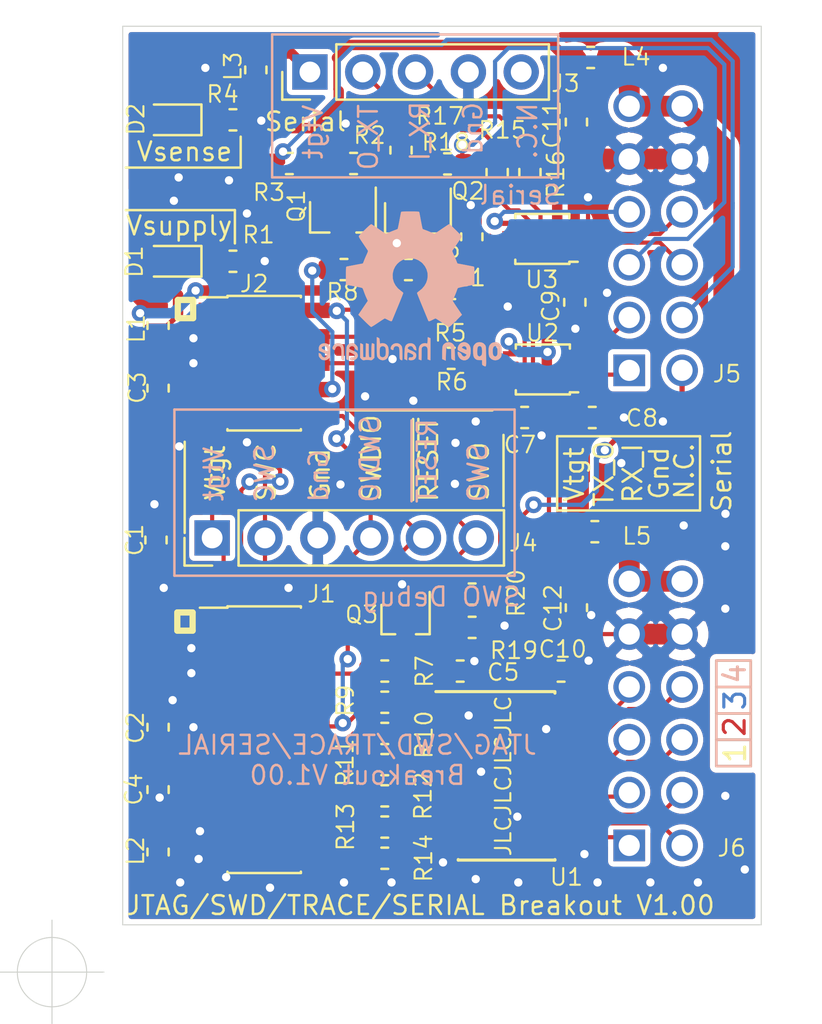
<source format=kicad_pcb>
(kicad_pcb (version 20171130) (host pcbnew 5.1.5+dfsg1-2build2)
  (layers (0 F.Cu signal) (31 B.Cu signal) (34 B.Paste user) (35 F.Paste user) (36 B.SilkS user) (37 F.SilkS user) (38 B.Mask user) (39 F.Mask user) (44 Edge.Cuts user))
  (net 0 "")
  (net 1 GND)
  (net 2 /TRACEDAT[3])
  (net 3 /TRACEDAT[2])
  (net 4 /TRACEDAT[1])
  (net 5 /TRACEDAT[0])
  (net 6 /TRACECLK)
  (net 7 /~RESET)
  (net 8 /TDO_SWO)
  (net 9 /TCK_SWCLK)
  (net 10 /TMS_SWDIO)
  (net 11 "Net-(Q1-Pad1)")
  (net 12 Vdrive)
  (net 13 +3V3)
  (net 14 "Net-(D1-Pad1)")
  (net 15 "Net-(D2-Pad1)")
  (net 16 VS)
  (net 17 /TDI)
  (net 18 "Net-(J3-Pad1)")
  (net 19 /TXD_OUT)
  (net 20 /RXD_IN)
  (net 21 "Net-(J5-Pad12)")
  (net 22 "Net-(Q2-Pad1)")
  (net 23 /~xRESET)
  (net 24 "Net-(Q3-Pad1)")
  (net 25 /xTMS_SWDIO)
  (net 26 /xTCK_SWCLK)
  (net 27 /xTDO_SWO)
  (net 28 /xTDI)
  (net 29 /xTRACECLK)
  (net 30 /xTRACEDAT0)
  (net 31 /xTRACEDAT1)
  (net 32 /xTRACEDAT2)
  (net 33 /xTRACEDAT3)
  (net 34 /xTXD_OUT)
  (net 35 /xRXD_IN)
  (net 36 /bxTCK_SWCLK)
  (net 37 /bxTXD_OUT)
  (net 38 /bxRXD_IN)
  (net 39 /bxTRACEDAT3)
  (net 40 /bxTRACEDAT1)
  (net 41 /bxTRACEDAT2)
  (net 42 /bxTRACECLK)
  (net 43 /bxTRACEDAT0)
  (net 44 /bxTDO_SWO)
  (net 45 /~bxRESET)
  (net 46 "Net-(C1-Pad2)")
  (net 47 "Net-(C3-Pad1)")
  (net 48 /RESETEN)
  (net 49 /~VSEN)
  (net 50 /~VDRIVEEN)
  (net 51 /bxTDI)
  (net 52 /MUXDIR)
  (net 53 /bxTMS_SWDIO)
  (module Symbol:OSHW-Logo2_9.8x8mm_SilkScreen (layer B.Cu) (at 167.52 48.42 180)
    (fp_text reference REF** hide)
    (fp_text value OSHW-Logo2_9.8x8mm_SilkScreen hide)
  )
  (module bob:pmod_pin_array_6x2 (layer F.Cu) (at 179.324 68.834 180)
    (fp_text reference J6 (at -3.6576 -6.477 180) (layer F.SilkS) (effects (font (size 0.8 0.8) (thickness 0.1))))
    (fp_text value PMOD2)
    (pad 1 thru_hole rect (at 1.27 -6.35 180) (size 1.524 1.524) (drill 1.016) (layers *.Cu *.Mask) (net 38 /bxRXD_IN))
    (pad 7 thru_hole circle (at -1.27 -6.35 90) (size 1.524 1.524) (drill 1.016) (layers *.Cu *.Mask) (net 39 /bxTRACEDAT3))
    (pad 2 thru_hole circle (at 1.27 -3.81 90) (size 1.524 1.524) (drill 1.016) (layers *.Cu *.Mask) (net 40 /bxTRACEDAT1))
    (pad 8 thru_hole circle (at -1.27 -3.81 90) (size 1.524 1.524) (drill 1.016) (layers *.Cu *.Mask) (net 41 /bxTRACEDAT2))
    (pad 3 thru_hole circle (at 1.27 -1.27 90) (size 1.524 1.524) (drill 1.016) (layers *.Cu *.Mask) (net 42 /bxTRACECLK))
    (pad 9 thru_hole circle (at -1.27 -1.27 90) (size 1.524 1.524) (drill 1.016) (layers *.Cu *.Mask) (net 43 /bxTRACEDAT0))
    (pad 4 thru_hole circle (at 1.27 1.27 90) (size 1.524 1.524) (drill 1.016) (layers *.Cu *.Mask) (net 44 /bxTDO_SWO))
    (pad 10 thru_hole circle (at -1.27 1.27 90) (size 1.524 1.524) (drill 1.016) (layers *.Cu *.Mask) (net 45 /~bxRESET))
    (pad 5 thru_hole circle (at 1.27 3.81 90) (size 1.524 1.524) (drill 1.016) (layers *.Cu *.Mask) (net 1 GND))
    (pad 11 thru_hole circle (at -1.27 3.81 90) (size 1.524 1.524) (drill 1.016) (layers *.Cu *.Mask) (net 1 GND))
    (pad 6 thru_hole circle (at 1.27 6.35 90) (size 1.524 1.524) (drill 1.016) (layers *.Cu *.Mask) (net 21 "Net-(J5-Pad12)"))
    (pad 12 thru_hole circle (at -1.27 6.35 90) (size 1.524 1.524) (drill 1.016) (layers *.Cu *.Mask) (net 21 "Net-(J5-Pad12)"))
  )
  (module bob:pmod_pin_array_6x2 (layer F.Cu) (at 179.324 45.994 180)
    (fp_text reference J5 (at -3.429 -6.5205 180) (layer F.SilkS) (effects (font (size 0.8 0.8) (thickness 0.1))))
    (fp_text value PMOD1)
    (pad 1 thru_hole rect (at 1.27 -6.35 180) (size 1.524 1.524) (drill 1.016) (layers *.Cu *.Mask) (net 37 /bxTXD_OUT))
    (pad 7 thru_hole circle (at -1.27 -6.35 90) (size 1.524 1.524) (drill 1.016) (layers *.Cu *.Mask) (net 48 /RESETEN))
    (pad 2 thru_hole circle (at 1.27 -3.81 90) (size 1.524 1.524) (drill 1.016) (layers *.Cu *.Mask) (net 36 /bxTCK_SWCLK))
    (pad 8 thru_hole circle (at -1.27 -3.81 90) (size 1.524 1.524) (drill 1.016) (layers *.Cu *.Mask) (net 49 /~VSEN))
    (pad 3 thru_hole circle (at 1.27 -1.27 90) (size 1.524 1.524) (drill 1.016) (layers *.Cu *.Mask) (net 50 /~VDRIVEEN))
    (pad 9 thru_hole circle (at -1.27 -1.27 90) (size 1.524 1.524) (drill 1.016) (layers *.Cu *.Mask) (net 51 /bxTDI))
    (pad 4 thru_hole circle (at 1.27 1.27 90) (size 1.524 1.524) (drill 1.016) (layers *.Cu *.Mask) (net 52 /MUXDIR))
    (pad 10 thru_hole circle (at -1.27 1.27 90) (size 1.524 1.524) (drill 1.016) (layers *.Cu *.Mask) (net 53 /bxTMS_SWDIO))
    (pad 5 thru_hole circle (at 1.27 3.81 90) (size 1.524 1.524) (drill 1.016) (layers *.Cu *.Mask) (net 1 GND))
    (pad 11 thru_hole circle (at -1.27 3.81 90) (size 1.524 1.524) (drill 1.016) (layers *.Cu *.Mask) (net 1 GND))
    (pad 6 thru_hole circle (at 1.27 6.35 90) (size 1.524 1.524) (drill 1.016) (layers *.Cu *.Mask) (net 21 "Net-(J5-Pad12)"))
    (pad 12 thru_hole circle (at -1.27 6.35 90) (size 1.524 1.524) (drill 1.016) (layers *.Cu *.Mask) (net 21 "Net-(J5-Pad12)"))
  )
  (module Connector_PinHeader_2.54mm:PinHeader_1x05_P2.54mm_Vertical (layer F.Cu) (at 162.7 38 90)
    (fp_text reference J3 (at -0.55 12.29 180) (layer F.SilkS) (effects (font (size 0.8 0.8) (thickness 0.1))))
    (fp_text value "SERIAL HEADER")
    (pad 5 thru_hole oval (at 0 10.16 90) (size 1.7 1.7) (drill 1) (layers *.Cu *.Mask))
    (pad 4 thru_hole oval (at 0 7.62 90) (size 1.7 1.7) (drill 1) (layers *.Cu *.Mask) (net 1 GND))
    (pad 3 thru_hole oval (at 0 5.08 90) (size 1.7 1.7) (drill 1) (layers *.Cu *.Mask) (net 20 /RXD_IN))
    (pad 2 thru_hole oval (at 0 2.54 90) (size 1.7 1.7) (drill 1) (layers *.Cu *.Mask) (net 19 /TXD_OUT))
    (pad 1 thru_hole rect (at 0 0 90) (size 1.7 1.7) (drill 1) (layers *.Cu *.Mask) (net 18 "Net-(J3-Pad1)"))
  )
  (module Package_SO:VSSOP-8_2.4x2.1mm_P0.5mm (layer F.Cu) (at 173.875 46.025 180)
    (fp_text reference U3 (at 0.025 -1.955) (layer F.SilkS) (effects (font (size 0.8 0.8) (thickness 0.1))))
    (fp_text value SN74LVC2T45DCUR)
    (pad 1 smd rect (at -1.55 -0.75 180) (size 0.75 0.25) (layers F.Cu F.Paste F.Mask) (net 13 +3V3))
    (pad 2 smd rect (at -1.55 -0.25 180) (size 0.75 0.25) (layers F.Cu F.Paste F.Mask) (net 51 /bxTDI))
    (pad 3 smd rect (at -1.55 0.25 180) (size 0.75 0.25) (layers F.Cu F.Paste F.Mask) (net 53 /bxTMS_SWDIO))
    (pad 4 smd rect (at -1.55 0.75 180) (size 0.75 0.25) (layers F.Cu F.Paste F.Mask) (net 1 GND))
    (pad 5 smd rect (at 1.55 0.75 180) (size 0.75 0.25) (layers F.Cu F.Paste F.Mask) (net 52 /MUXDIR))
    (pad 6 smd rect (at 1.55 0.25 180) (size 0.75 0.25) (layers F.Cu F.Paste F.Mask) (net 25 /xTMS_SWDIO))
    (pad 7 smd rect (at 1.55 -0.25 180) (size 0.75 0.25) (layers F.Cu F.Paste F.Mask) (net 28 /xTDI))
    (pad 8 smd rect (at 1.55 -0.75 180) (size 0.75 0.25) (layers F.Cu F.Paste F.Mask) (net 12 Vdrive))
  )
  (module Resistor_SMD:R_0603_1608Metric (layer F.Cu) (at 167.4368 47.498)
    (fp_text reference R21 (at 2.5632 0.392) (layer F.SilkS) (effects (font (size 0.8 0.8) (thickness 0.1))))
    (fp_text value 100K)
    (pad 2 smd roundrect (at 0.7875 0) (size 0.875 0.95) (layers F.Cu F.Paste F.Mask) (net 1 GND))
    (pad 1 smd roundrect (at -0.7875 0) (size 0.875 0.95) (layers F.Cu F.Paste F.Mask) (net 28 /xTDI))
  )
  (module Package_SO:VSSOP-8_2.4x2.1mm_P0.5mm (layer F.Cu) (at 173.9 52.3 180)
    (fp_text reference U2 (at 0.02 1.75) (layer F.SilkS) (effects (font (size 0.8 0.8) (thickness 0.1))))
    (fp_text value SN74LVC2T45DCUR)
    (pad 8 smd rect (at 1.55 -0.75 180) (size 0.75 0.25) (layers F.Cu F.Paste F.Mask) (net 12 Vdrive))
    (pad 7 smd rect (at 1.55 -0.25 180) (size 0.75 0.25) (layers F.Cu F.Paste F.Mask) (net 34 /xTXD_OUT))
    (pad 6 smd rect (at 1.55 0.25 180) (size 0.75 0.25) (layers F.Cu F.Paste F.Mask) (net 26 /xTCK_SWCLK))
    (pad 5 smd rect (at 1.55 0.75 180) (size 0.75 0.25) (layers F.Cu F.Paste F.Mask) (net 13 +3V3))
    (pad 4 smd rect (at -1.55 0.75 180) (size 0.75 0.25) (layers F.Cu F.Paste F.Mask) (net 1 GND))
    (pad 3 smd rect (at -1.55 0.25 180) (size 0.75 0.25) (layers F.Cu F.Paste F.Mask) (net 36 /bxTCK_SWCLK))
    (pad 2 smd rect (at -1.55 -0.25 180) (size 0.75 0.25) (layers F.Cu F.Paste F.Mask) (net 37 /bxTXD_OUT))
    (pad 1 smd rect (at -1.55 -0.75 180) (size 0.75 0.25) (layers F.Cu F.Paste F.Mask) (net 13 +3V3))
  )
  (module Resistor_SMD:R_0603_1608Metric (layer F.Cu) (at 164.8 42.4)
    (fp_text reference R2 (at 0.7699 -1.3536) (layer F.SilkS) (effects (font (size 0.8 0.8) (thickness 0.1))))
    (fp_text value 10K)
    (pad 2 smd roundrect (at 0.7875 0) (size 0.875 0.95) (layers F.Cu F.Paste F.Mask) (net 13 +3V3))
    (pad 1 smd roundrect (at -0.7875 0) (size 0.875 0.95) (layers F.Cu F.Paste F.Mask) (net 11 "Net-(Q1-Pad1)"))
  )
  (module LED_SMD:LED_0603_1608Metric (layer F.Cu) (at 156 40.3 180)
    (fp_text reference D2 (at 1.67 0.0283 90) (layer F.SilkS) (effects (font (size 0.8 0.8) (thickness 0.1))))
    (fp_text value LED)
    (pad 2 smd roundrect (at 0.7875 0 180) (size 0.875 0.95) (layers F.Cu F.Paste F.Mask) (net 12 Vdrive))
    (pad 1 smd roundrect (at -0.7875 0 180) (size 0.875 0.95) (layers F.Cu F.Paste F.Mask) (net 15 "Net-(D2-Pad1)"))
  )
  (module Resistor_SMD:R_0603_1608Metric (layer F.Cu) (at 173.2788 42.8244 90)
    (fp_text reference R16 (at -0.0956 1.2412 90) (layer F.SilkS) (effects (font (size 0.8 0.8) (thickness 0.1))))
    (fp_text value 100R)
    (pad 1 smd roundrect (at -0.7875 0 90) (size 0.875 0.95) (layers F.Cu F.Paste F.Mask) (net 35 /xRXD_IN))
    (pad 2 smd roundrect (at 0.7875 0 90) (size 0.875 0.95) (layers F.Cu F.Paste F.Mask) (net 20 /RXD_IN))
  )
  (module Resistor_SMD:R_0603_1608Metric (layer F.Cu) (at 169.5196 49.4284 180)
    (fp_text reference R5 (at 0.0696 -1.1216) (layer F.SilkS) (effects (font (size 0.8 0.8) (thickness 0.1))))
    (fp_text value 100R)
    (pad 1 smd roundrect (at -0.7875 0 180) (size 0.875 0.95) (layers F.Cu F.Paste F.Mask) (net 25 /xTMS_SWDIO))
    (pad 2 smd roundrect (at 0.7875 0 180) (size 0.875 0.95) (layers F.Cu F.Paste F.Mask) (net 10 /TMS_SWDIO))
  )
  (module Connector_PinHeader_2.54mm:PinHeader_1x06_P2.54mm_Vertical (layer F.Cu) (at 158 60.4 90)
    (fp_text reference J4 (at -0.2425 14.9613 180) (layer F.SilkS) (effects (font (size 0.8 0.8) (thickness 0.1))))
    (fp_text value "DISCO HEADER")
    (pad 6 thru_hole oval (at 0 12.7 90) (size 1.7 1.7) (drill 1) (layers *.Cu *.Mask) (net 8 /TDO_SWO))
    (pad 5 thru_hole oval (at 0 10.16 90) (size 1.7 1.7) (drill 1) (layers *.Cu *.Mask) (net 7 /~RESET))
    (pad 4 thru_hole oval (at 0 7.62 90) (size 1.7 1.7) (drill 1) (layers *.Cu *.Mask) (net 10 /TMS_SWDIO))
    (pad 3 thru_hole oval (at 0 5.08 90) (size 1.7 1.7) (drill 1) (layers *.Cu *.Mask) (net 1 GND))
    (pad 2 thru_hole oval (at 0 2.54 90) (size 1.7 1.7) (drill 1) (layers *.Cu *.Mask) (net 9 /TCK_SWCLK))
    (pad 1 thru_hole rect (at 0 0 90) (size 1.7 1.7) (drill 1) (layers *.Cu *.Mask) (net 47 "Net-(C3-Pad1)"))
  )
  (module Inductor_SMD:L_0603_1608Metric (layer F.Cu) (at 176.2 37.3)
    (fp_text reference L4 (at 2.18 -0.02) (layer F.SilkS) (effects (font (size 0.8 0.8) (thickness 0.1))))
    (fp_text value CBG160808U301T)
    (pad 2 smd roundrect (at 0.7875 0) (size 0.875 0.95) (layers F.Cu F.Paste F.Mask) (net 21 "Net-(J5-Pad12)"))
    (pad 1 smd roundrect (at -0.7875 0) (size 0.875 0.95) (layers F.Cu F.Paste F.Mask) (net 13 +3V3))
  )
  (module Inductor_SMD:L_0603_1608Metric (layer F.Cu) (at 176.4 60.1)
    (fp_text reference L5 (at 2.02 0.21) (layer F.SilkS) (effects (font (size 0.8 0.8) (thickness 0.1))))
    (fp_text value CBG160808U301T)
    (pad 2 smd roundrect (at 0.7875 0) (size 0.875 0.95) (layers F.Cu F.Paste F.Mask) (net 21 "Net-(J5-Pad12)"))
    (pad 1 smd roundrect (at -0.7875 0) (size 0.875 0.95) (layers F.Cu F.Paste F.Mask) (net 13 +3V3))
  )
  (module Package_SO:TSSOP-24_4.4x7.8mm_P0.65mm (layer F.Cu) (at 172.156 71.863)
    (fp_text reference U1 (at 2.8754 4.845) (layer F.SilkS) (effects (font (size 0.8 0.8) (thickness 0.1))))
    (fp_text value 74LVCH8T245)
    (pad 1 smd rect (at -2.85 -3.575) (size 1.1 0.4) (layers F.Cu F.Paste F.Mask) (net 12 Vdrive))
    (pad 2 smd rect (at -2.85 -2.925) (size 1.1 0.4) (layers F.Cu F.Paste F.Mask) (net 1 GND))
    (pad 3 smd rect (at -2.85 -2.275) (size 1.1 0.4) (layers F.Cu F.Paste F.Mask) (net 27 /xTDO_SWO))
    (pad 4 smd rect (at -2.85 -1.625) (size 1.1 0.4) (layers F.Cu F.Paste F.Mask) (net 23 /~xRESET))
    (pad 5 smd rect (at -2.85 -0.975) (size 1.1 0.4) (layers F.Cu F.Paste F.Mask) (net 29 /xTRACECLK))
    (pad 6 smd rect (at -2.85 -0.325) (size 1.1 0.4) (layers F.Cu F.Paste F.Mask) (net 30 /xTRACEDAT0))
    (pad 7 smd rect (at -2.85 0.325) (size 1.1 0.4) (layers F.Cu F.Paste F.Mask) (net 31 /xTRACEDAT1))
    (pad 8 smd rect (at -2.85 0.975) (size 1.1 0.4) (layers F.Cu F.Paste F.Mask) (net 32 /xTRACEDAT2))
    (pad 9 smd rect (at -2.85 1.625) (size 1.1 0.4) (layers F.Cu F.Paste F.Mask) (net 33 /xTRACEDAT3))
    (pad 10 smd rect (at -2.85 2.275) (size 1.1 0.4) (layers F.Cu F.Paste F.Mask) (net 35 /xRXD_IN))
    (pad 11 smd rect (at -2.85 2.925) (size 1.1 0.4) (layers F.Cu F.Paste F.Mask) (net 1 GND))
    (pad 12 smd rect (at -2.85 3.575) (size 1.1 0.4) (layers F.Cu F.Paste F.Mask) (net 1 GND))
    (pad 13 smd rect (at 2.85 3.575) (size 1.1 0.4) (layers F.Cu F.Paste F.Mask) (net 1 GND))
    (pad 14 smd rect (at 2.85 2.925) (size 1.1 0.4) (layers F.Cu F.Paste F.Mask) (net 38 /bxRXD_IN))
    (pad 15 smd rect (at 2.85 2.275) (size 1.1 0.4) (layers F.Cu F.Paste F.Mask) (net 39 /bxTRACEDAT3))
    (pad 16 smd rect (at 2.85 1.625) (size 1.1 0.4) (layers F.Cu F.Paste F.Mask) (net 41 /bxTRACEDAT2))
    (pad 17 smd rect (at 2.85 0.975) (size 1.1 0.4) (layers F.Cu F.Paste F.Mask) (net 40 /bxTRACEDAT1))
    (pad 18 smd rect (at 2.85 0.325) (size 1.1 0.4) (layers F.Cu F.Paste F.Mask) (net 43 /bxTRACEDAT0))
    (pad 19 smd rect (at 2.85 -0.325) (size 1.1 0.4) (layers F.Cu F.Paste F.Mask) (net 42 /bxTRACECLK))
    (pad 20 smd rect (at 2.85 -0.975) (size 1.1 0.4) (layers F.Cu F.Paste F.Mask) (net 45 /~bxRESET))
    (pad 21 smd rect (at 2.85 -1.625) (size 1.1 0.4) (layers F.Cu F.Paste F.Mask) (net 44 /bxTDO_SWO))
    (pad 22 smd rect (at 2.85 -2.275) (size 1.1 0.4) (layers F.Cu F.Paste F.Mask) (net 1 GND))
    (pad 23 smd rect (at 2.85 -2.925) (size 1.1 0.4) (layers F.Cu F.Paste F.Mask) (net 13 +3V3))
    (pad 24 smd rect (at 2.85 -3.575) (size 1.1 0.4) (layers F.Cu F.Paste F.Mask) (net 13 +3V3))
  )
  (module Capacitor_SMD:C_0603_1608Metric (layer F.Cu) (at 155.4 69.5 90)
    (fp_text reference C2 (at -0.0325 -1.095 90) (layer F.SilkS) (effects (font (size 0.8 0.8) (thickness 0.1))))
    (fp_text value 10nF)
    (pad 2 smd roundrect (at 0.7875 0 90) (size 0.875 0.95) (layers F.Cu F.Paste F.Mask) (net 1 GND))
    (pad 1 smd roundrect (at -0.7875 0 90) (size 0.875 0.95) (layers F.Cu F.Paste F.Mask) (net 46 "Net-(C1-Pad2)"))
  )
  (module Capacitor_SMD:C_0603_1608Metric (layer F.Cu) (at 155.4 72.5 90)
    (fp_text reference C4 (at 0.0084 -1.1712 90) (layer F.SilkS) (effects (font (size 0.8 0.8) (thickness 0.1))))
    (fp_text value 10nF)
    (pad 1 smd roundrect (at -0.7875 0 90) (size 0.875 0.95) (layers F.Cu F.Paste F.Mask) (net 1 GND))
    (pad 2 smd roundrect (at 0.7875 0 90) (size 0.875 0.95) (layers F.Cu F.Paste F.Mask) (net 46 "Net-(C1-Pad2)"))
  )
  (module Capacitor_SMD:C_0603_1608Metric (layer F.Cu) (at 173.0248 54.61)
    (fp_text reference C7 (at -0.2248 1.31) (layer F.SilkS) (effects (font (size 0.8 0.8) (thickness 0.1))))
    (fp_text value 100nF)
    (pad 1 smd roundrect (at -0.7875 0) (size 0.875 0.95) (layers F.Cu F.Paste F.Mask) (net 12 Vdrive))
    (pad 2 smd roundrect (at 0.7875 0) (size 0.875 0.95) (layers F.Cu F.Paste F.Mask) (net 1 GND))
  )
  (module Capacitor_SMD:C_0603_1608Metric (layer F.Cu) (at 169.926 66.802)
    (fp_text reference C5 (at 2.064 0.058) (layer F.SilkS) (effects (font (size 0.8 0.8) (thickness 0.1))))
    (fp_text value 100nF)
    (pad 2 smd roundrect (at 0.7875 0) (size 0.875 0.95) (layers F.Cu F.Paste F.Mask) (net 1 GND))
    (pad 1 smd roundrect (at -0.7875 0) (size 0.875 0.95) (layers F.Cu F.Paste F.Mask) (net 12 Vdrive))
  )
  (module Capacitor_SMD:C_0603_1608Metric (layer F.Cu) (at 170.4848 45.9232 270)
    (fp_text reference C6 (at 0.6068 1.3148 180) (layer F.SilkS) (effects (font (size 0.8 0.8) (thickness 0.1))))
    (fp_text value 100nF)
    (pad 1 smd roundrect (at -0.7875 0 270) (size 0.875 0.95) (layers F.Cu F.Paste F.Mask) (net 1 GND))
    (pad 2 smd roundrect (at 0.7875 0 270) (size 0.875 0.95) (layers F.Cu F.Paste F.Mask) (net 12 Vdrive))
  )
  (module Capacitor_SMD:C_0603_1608Metric (layer F.Cu) (at 174.7775 66.802 180)
    (fp_text reference C10 (at -0.0761 1.0541) (layer F.SilkS) (effects (font (size 0.8 0.8) (thickness 0.1))))
    (fp_text value 100nF)
    (pad 1 smd roundrect (at -0.7875 0 180) (size 0.875 0.95) (layers F.Cu F.Paste F.Mask) (net 1 GND))
    (pad 2 smd roundrect (at 0.7875 0 180) (size 0.875 0.95) (layers F.Cu F.Paste F.Mask) (net 13 +3V3))
  )
  (module Capacitor_SMD:C_0603_1608Metric (layer F.Cu) (at 175.4378 49.0728 90)
    (fp_text reference C9 (at -0.1772 -1.1578 270) (layer F.SilkS) (effects (font (size 0.8 0.8) (thickness 0.1))))
    (fp_text value 100nF)
    (pad 2 smd roundrect (at 0.7875 0 90) (size 0.875 0.95) (layers F.Cu F.Paste F.Mask) (net 13 +3V3))
    (pad 1 smd roundrect (at -0.7875 0 90) (size 0.875 0.95) (layers F.Cu F.Paste F.Mask) (net 1 GND))
  )
  (module Capacitor_SMD:C_0603_1608Metric (layer F.Cu) (at 176.276 54.61 180)
    (fp_text reference C8 (at -2.384 -0.03) (layer F.SilkS) (effects (font (size 0.8 0.8) (thickness 0.1))))
    (fp_text value 100nF)
    (pad 1 smd roundrect (at -0.7875 0 180) (size 0.875 0.95) (layers F.Cu F.Paste F.Mask) (net 1 GND))
    (pad 2 smd roundrect (at 0.7875 0 180) (size 0.875 0.95) (layers F.Cu F.Paste F.Mask) (net 13 +3V3))
  )
  (module Capacitor_SMD:C_0603_1608Metric (layer F.Cu) (at 155.3 60.5 270)
    (fp_text reference C1 (at 0 1.03 90) (layer F.SilkS) (effects (font (size 0.8 0.8) (thickness 0.1))))
    (fp_text value 10uF)
    (pad 1 smd roundrect (at -0.7875 0 270) (size 0.875 0.95) (layers F.Cu F.Paste F.Mask) (net 1 GND))
    (pad 2 smd roundrect (at 0.7875 0 270) (size 0.875 0.95) (layers F.Cu F.Paste F.Mask) (net 46 "Net-(C1-Pad2)"))
  )
  (module Capacitor_SMD:C_0603_1608Metric (layer F.Cu) (at 155.4 53.2 270)
    (fp_text reference C3 (at -0.02 1 90) (layer F.SilkS) (effects (font (size 0.8 0.8) (thickness 0.1))))
    (fp_text value 10uF)
    (pad 2 smd roundrect (at 0.7875 0 270) (size 0.875 0.95) (layers F.Cu F.Paste F.Mask) (net 1 GND))
    (pad 1 smd roundrect (at -0.7875 0 270) (size 0.875 0.95) (layers F.Cu F.Paste F.Mask) (net 47 "Net-(C3-Pad1)"))
  )
  (module Capacitor_SMD:C_0603_1608Metric (layer F.Cu) (at 175.514 40.406 270)
    (fp_text reference C11 (at 0.124 1.174 90) (layer F.SilkS) (effects (font (size 0.8 0.8) (thickness 0.1))))
    (fp_text value 10uF)
    (pad 2 smd roundrect (at 0.7875 0 270) (size 0.875 0.95) (layers F.Cu F.Paste F.Mask) (net 1 GND))
    (pad 1 smd roundrect (at -0.7875 0 270) (size 0.875 0.95) (layers F.Cu F.Paste F.Mask) (net 13 +3V3))
  )
  (module Capacitor_SMD:C_0603_1608Metric (layer F.Cu) (at 175.514 63.754 270)
    (fp_text reference C12 (at 0.026 1.124 270) (layer F.SilkS) (effects (font (size 0.8 0.8) (thickness 0.1))))
    (fp_text value 10uF)
    (pad 1 smd roundrect (at -0.7875 0 270) (size 0.875 0.95) (layers F.Cu F.Paste F.Mask) (net 13 +3V3))
    (pad 2 smd roundrect (at 0.7875 0 270) (size 0.875 0.95) (layers F.Cu F.Paste F.Mask) (net 1 GND))
  )
  (module LED_SMD:LED_0603_1608Metric (layer F.Cu) (at 156 47.1 180)
    (fp_text reference D1 (at 1.7458 -0.017 270) (layer F.SilkS) (effects (font (size 0.8 0.8) (thickness 0.1))))
    (fp_text value LED)
    (pad 1 smd roundrect (at -0.7875 0 180) (size 0.875 0.95) (layers F.Cu F.Paste F.Mask) (net 14 "Net-(D1-Pad1)"))
    (pad 2 smd roundrect (at 0.7875 0 180) (size 0.875 0.95) (layers F.Cu F.Paste F.Mask) (net 16 VS))
  )
  (module Fiducial:Fiducial_0.75mm_Mask1.5mm (layer F.Cu) (at 155.7 37.6)
    (fp_text reference FID1 hide)
    (fp_text value Fiducial)
    (pad "" smd circle (at 0 0) (size 0.75 0.75) (layers F.Cu F.Mask) (clearance 0.375))
  )
  (module Fiducial:Fiducial_0.75mm_Mask1.5mm (layer F.Cu) (at 183.1 77.5)
    (fp_text reference FID2 hide)
    (fp_text value Fiducial)
    (pad "" smd circle (at 0 0) (size 0.75 0.75) (layers F.Cu F.Mask) (clearance 0.375))
  )
  (module Connector_PinHeader_1.27mm:PinHeader_2x10_P1.27mm_Vertical_SMD (layer F.Cu) (at 160.5 70.1)
    (fp_text reference J1 (at 2.7585 -7.0064) (layer F.SilkS) (effects (font (size 0.8 0.8) (thickness 0.1))))
    (fp_text value "DEBUG+TRACE HEADER")
    (pad 1 smd rect (at -1.95 -5.715) (size 2.4 0.74) (layers F.Cu F.Paste F.Mask) (net 47 "Net-(C3-Pad1)"))
    (pad 2 smd rect (at 1.95 -5.715) (size 2.4 0.74) (layers F.Cu F.Paste F.Mask) (net 10 /TMS_SWDIO))
    (pad 3 smd rect (at -1.95 -4.445) (size 2.4 0.74) (layers F.Cu F.Paste F.Mask) (net 1 GND))
    (pad 4 smd rect (at 1.95 -4.445) (size 2.4 0.74) (layers F.Cu F.Paste F.Mask) (net 9 /TCK_SWCLK))
    (pad 5 smd rect (at -1.95 -3.175) (size 2.4 0.74) (layers F.Cu F.Paste F.Mask) (net 1 GND))
    (pad 6 smd rect (at 1.95 -3.175) (size 2.4 0.74) (layers F.Cu F.Paste F.Mask) (net 8 /TDO_SWO))
    (pad 7 smd rect (at -1.95 -1.905) (size 2.4 0.74) (layers F.Cu F.Paste F.Mask))
    (pad 8 smd rect (at 1.95 -1.905) (size 2.4 0.74) (layers F.Cu F.Paste F.Mask) (net 17 /TDI))
    (pad 9 smd rect (at -1.95 -0.635) (size 2.4 0.74) (layers F.Cu F.Paste F.Mask) (net 1 GND))
    (pad 10 smd rect (at 1.95 -0.635) (size 2.4 0.74) (layers F.Cu F.Paste F.Mask) (net 7 /~RESET))
    (pad 11 smd rect (at -1.95 0.635) (size 2.4 0.74) (layers F.Cu F.Paste F.Mask) (net 46 "Net-(C1-Pad2)"))
    (pad 12 smd rect (at 1.95 0.635) (size 2.4 0.74) (layers F.Cu F.Paste F.Mask) (net 6 /TRACECLK))
    (pad 13 smd rect (at -1.95 1.905) (size 2.4 0.74) (layers F.Cu F.Paste F.Mask) (net 46 "Net-(C1-Pad2)"))
    (pad 14 smd rect (at 1.95 1.905) (size 2.4 0.74) (layers F.Cu F.Paste F.Mask) (net 5 /TRACEDAT[0]))
    (pad 15 smd rect (at -1.95 3.175) (size 2.4 0.74) (layers F.Cu F.Paste F.Mask) (net 1 GND))
    (pad 16 smd rect (at 1.95 3.175) (size 2.4 0.74) (layers F.Cu F.Paste F.Mask) (net 4 /TRACEDAT[1]))
    (pad 17 smd rect (at -1.95 4.445) (size 2.4 0.74) (layers F.Cu F.Paste F.Mask) (net 1 GND))
    (pad 18 smd rect (at 1.95 4.445) (size 2.4 0.74) (layers F.Cu F.Paste F.Mask) (net 3 /TRACEDAT[2]))
    (pad 19 smd rect (at -1.95 5.715) (size 2.4 0.74) (layers F.Cu F.Paste F.Mask) (net 1 GND))
    (pad 20 smd rect (at 1.95 5.715) (size 2.4 0.74) (layers F.Cu F.Paste F.Mask) (net 2 /TRACEDAT[3]))
  )
  (module Connector_PinHeader_1.27mm:PinHeader_2x05_P1.27mm_Vertical_SMD (layer F.Cu) (at 160.5 52)
    (fp_text reference J2 (at -0.48 -3.82) (layer F.SilkS) (effects (font (size 0.8 0.8) (thickness 0.1))))
    (fp_text value "DEBUG HEADER")
    (pad 1 smd rect (at -1.95 -2.54) (size 2.4 0.74) (layers F.Cu F.Paste F.Mask) (net 47 "Net-(C3-Pad1)"))
    (pad 2 smd rect (at 1.95 -2.54) (size 2.4 0.74) (layers F.Cu F.Paste F.Mask) (net 10 /TMS_SWDIO))
    (pad 3 smd rect (at -1.95 -1.27) (size 2.4 0.74) (layers F.Cu F.Paste F.Mask) (net 1 GND))
    (pad 4 smd rect (at 1.95 -1.27) (size 2.4 0.74) (layers F.Cu F.Paste F.Mask) (net 9 /TCK_SWCLK))
    (pad 5 smd rect (at -1.95 0) (size 2.4 0.74) (layers F.Cu F.Paste F.Mask) (net 1 GND))
    (pad 6 smd rect (at 1.95 0) (size 2.4 0.74) (layers F.Cu F.Paste F.Mask) (net 8 /TDO_SWO))
    (pad 7 smd rect (at -1.95 1.27) (size 2.4 0.74) (layers F.Cu F.Paste F.Mask))
    (pad 8 smd rect (at 1.95 1.27) (size 2.4 0.74) (layers F.Cu F.Paste F.Mask) (net 17 /TDI))
    (pad 9 smd rect (at -1.95 2.54) (size 2.4 0.74) (layers F.Cu F.Paste F.Mask) (net 1 GND))
    (pad 10 smd rect (at 1.95 2.54) (size 2.4 0.74) (layers F.Cu F.Paste F.Mask) (net 7 /~RESET))
  )
  (module Inductor_SMD:L_0603_1608Metric (layer F.Cu) (at 155.4 50.1875 270)
    (fp_text reference L1 (at 0.1525 1.05 90) (layer F.SilkS) (effects (font (size 0.8 0.8) (thickness 0.1))))
    (fp_text value CBG160808U301T)
    (pad 1 smd roundrect (at -0.7875 0 270) (size 0.875 0.95) (layers F.Cu F.Paste F.Mask) (net 12 Vdrive))
    (pad 2 smd roundrect (at 0.7875 0 270) (size 0.875 0.95) (layers F.Cu F.Paste F.Mask) (net 47 "Net-(C3-Pad1)"))
  )
  (module Inductor_SMD:L_0603_1608Metric (layer F.Cu) (at 155.4 75.5 270)
    (fp_text reference L2 (at -0.0493 1.0823 90) (layer F.SilkS) (effects (font (size 0.8 0.8) (thickness 0.1))))
    (fp_text value CBG160808U301T)
    (pad 1 smd roundrect (at -0.7875 0 270) (size 0.875 0.95) (layers F.Cu F.Paste F.Mask) (net 16 VS))
    (pad 2 smd roundrect (at 0.7875 0 270) (size 0.875 0.95) (layers F.Cu F.Paste F.Mask) (net 46 "Net-(C1-Pad2)"))
  )
  (module Inductor_SMD:L_0603_1608Metric (layer F.Cu) (at 160.1 37.9 270)
    (fp_text reference L3 (at -0.17 1.1 270) (layer F.SilkS) (effects (font (size 0.8 0.8) (thickness 0.1))))
    (fp_text value CBG160808U301T)
    (pad 1 smd roundrect (at -0.7875 0 270) (size 0.875 0.95) (layers F.Cu F.Paste F.Mask) (net 18 "Net-(J3-Pad1)"))
    (pad 2 smd roundrect (at 0.7875 0 270) (size 0.875 0.95) (layers F.Cu F.Paste F.Mask) (net 12 Vdrive))
  )
  (module Package_TO_SOT_SMD:SOT-23 (layer F.Cu) (at 164.2872 44.958 270)
    (fp_text reference Q1 (at -0.508 2.2352 270) (layer F.SilkS) (effects (font (size 0.8 0.8) (thickness 0.1))))
    (fp_text value Si2301CDS)
    (pad 3 smd rect (at 1 0 270) (size 0.9 0.8) (layers F.Cu F.Paste F.Mask) (net 16 VS))
    (pad 2 smd rect (at -1 0.95 270) (size 0.9 0.8) (layers F.Cu F.Paste F.Mask) (net 13 +3V3))
    (pad 1 smd rect (at -1 -0.95 270) (size 0.9 0.8) (layers F.Cu F.Paste F.Mask) (net 11 "Net-(Q1-Pad1)"))
  )
  (module Package_TO_SOT_SMD:SOT-323_SC-70 (layer F.Cu) (at 167.3 64.3 270)
    (fp_text reference Q3 (at -0.2158 2.1111 180) (layer F.SilkS) (effects (font (size 0.8 0.8) (thickness 0.1))))
    (fp_text value DMG1012UW)
    (pad 1 smd rect (at -1 -0.65 180) (size 0.45 0.7) (layers F.Cu F.Paste F.Mask) (net 24 "Net-(Q3-Pad1)"))
    (pad 2 smd rect (at -1 0.65 180) (size 0.45 0.7) (layers F.Cu F.Paste F.Mask) (net 1 GND))
    (pad 3 smd rect (at 1 0 180) (size 0.45 0.7) (layers F.Cu F.Paste F.Mask) (net 23 /~xRESET))
  )
  (module Package_TO_SOT_SMD:SOT-23 (layer F.Cu) (at 167.894 45.0088 270)
    (fp_text reference Q2 (at -1.2827 -2.4003 180) (layer F.SilkS) (effects (font (size 0.8 0.8) (thickness 0.1))))
    (fp_text value Si2301CDS)
    (pad 1 smd rect (at -1 -0.95 270) (size 0.9 0.8) (layers F.Cu F.Paste F.Mask) (net 22 "Net-(Q2-Pad1)"))
    (pad 2 smd rect (at -1 0.95 270) (size 0.9 0.8) (layers F.Cu F.Paste F.Mask) (net 13 +3V3))
    (pad 3 smd rect (at 1 0 270) (size 0.9 0.8) (layers F.Cu F.Paste F.Mask) (net 12 Vdrive))
  )
  (module Resistor_SMD:R_0603_1608Metric (layer F.Cu) (at 159 40.3 180)
    (fp_text reference R4 (at 0.5 1.23) (layer F.SilkS) (effects (font (size 0.8 0.8) (thickness 0.1))))
    (fp_text value 1K)
    (pad 1 smd roundrect (at -0.7875 0 180) (size 0.875 0.95) (layers F.Cu F.Paste F.Mask) (net 1 GND))
    (pad 2 smd roundrect (at 0.7875 0 180) (size 0.875 0.95) (layers F.Cu F.Paste F.Mask) (net 15 "Net-(D2-Pad1)"))
  )
  (module Resistor_SMD:R_0603_1608Metric (layer F.Cu) (at 161.7125 42.4)
    (fp_text reference R3 (at -0.9813 1.3896) (layer F.SilkS) (effects (font (size 0.8 0.8) (thickness 0.1))))
    (fp_text value 100R)
    (pad 1 smd roundrect (at -0.7875 0) (size 0.875 0.95) (layers F.Cu F.Paste F.Mask) (net 49 /~VSEN))
    (pad 2 smd roundrect (at 0.7875 0) (size 0.875 0.95) (layers F.Cu F.Paste F.Mask) (net 11 "Net-(Q1-Pad1)"))
  )
  (module Resistor_SMD:R_0603_1608Metric (layer F.Cu) (at 169.4941 51.7652 180)
    (fp_text reference R6 (at -0.0259 -1.1348) (layer F.SilkS) (effects (font (size 0.8 0.8) (thickness 0.1))))
    (fp_text value 100R)
    (pad 2 smd roundrect (at 0.7875 0 180) (size 0.875 0.95) (layers F.Cu F.Paste F.Mask) (net 9 /TCK_SWCLK))
    (pad 1 smd roundrect (at -0.7875 0 180) (size 0.875 0.95) (layers F.Cu F.Paste F.Mask) (net 26 /xTCK_SWCLK))
  )
  (module Resistor_SMD:R_0603_1608Metric (layer F.Cu) (at 166.3 66.8 180)
    (fp_text reference R7 (at -1.91 -0.02 90) (layer F.SilkS) (effects (font (size 0.8 0.8) (thickness 0.1))))
    (fp_text value 100R)
    (pad 2 smd roundrect (at 0.7875 0 180) (size 0.875 0.95) (layers F.Cu F.Paste F.Mask) (net 8 /TDO_SWO))
    (pad 1 smd roundrect (at -0.7875 0 180) (size 0.875 0.95) (layers F.Cu F.Paste F.Mask) (net 27 /xTDO_SWO))
  )
  (module Resistor_SMD:R_0603_1608Metric (layer F.Cu) (at 164.338 47.498 180)
    (fp_text reference R8 (at 0.068 -1.082) (layer F.SilkS) (effects (font (size 0.8 0.8) (thickness 0.1))))
    (fp_text value 100R)
    (pad 1 smd roundrect (at -0.7875 0 180) (size 0.875 0.95) (layers F.Cu F.Paste F.Mask) (net 28 /xTDI))
    (pad 2 smd roundrect (at 0.7875 0 180) (size 0.875 0.95) (layers F.Cu F.Paste F.Mask) (net 17 /TDI))
  )
  (module Resistor_SMD:R_0603_1608Metric (layer F.Cu) (at 166.3 68.3 180)
    (fp_text reference R9 (at 1.8985 0.0756 90) (layer F.SilkS) (effects (font (size 0.8 0.8) (thickness 0.1))))
    (fp_text value 100R)
    (pad 1 smd roundrect (at -0.7875 0 180) (size 0.875 0.95) (layers F.Cu F.Paste F.Mask) (net 23 /~xRESET))
    (pad 2 smd roundrect (at 0.7875 0 180) (size 0.875 0.95) (layers F.Cu F.Paste F.Mask) (net 7 /~RESET))
  )
  (module Resistor_SMD:R_0603_1608Metric (layer F.Cu) (at 166.3 69.8 180)
    (fp_text reference R10 (at -1.89 -0.0627 90) (layer F.SilkS) (effects (font (size 0.8 0.8) (thickness 0.1))))
    (fp_text value 100R)
    (pad 2 smd roundrect (at 0.7875 0 180) (size 0.875 0.95) (layers F.Cu F.Paste F.Mask) (net 6 /TRACECLK))
    (pad 1 smd roundrect (at -0.7875 0 180) (size 0.875 0.95) (layers F.Cu F.Paste F.Mask) (net 29 /xTRACECLK))
  )
  (module Resistor_SMD:R_0603_1608Metric (layer F.Cu) (at 166.3 71.3 180)
    (fp_text reference R11 (at 1.9112 0.0911 90) (layer F.SilkS) (effects (font (size 0.8 0.8) (thickness 0.1))))
    (fp_text value 100R)
    (pad 1 smd roundrect (at -0.7875 0 180) (size 0.875 0.95) (layers F.Cu F.Paste F.Mask) (net 30 /xTRACEDAT0))
    (pad 2 smd roundrect (at 0.7875 0 180) (size 0.875 0.95) (layers F.Cu F.Paste F.Mask) (net 5 /TRACEDAT[0]))
  )
  (module Resistor_SMD:R_0603_1608Metric (layer F.Cu) (at 166.3 72.8 180)
    (fp_text reference R12 (at -1.84 -0.01 90) (layer F.SilkS) (effects (font (size 0.8 0.8) (thickness 0.1))))
    (fp_text value 100R)
    (pad 1 smd roundrect (at -0.7875 0 180) (size 0.875 0.95) (layers F.Cu F.Paste F.Mask) (net 31 /xTRACEDAT1))
    (pad 2 smd roundrect (at 0.7875 0 180) (size 0.875 0.95) (layers F.Cu F.Paste F.Mask) (net 4 /TRACEDAT[1]))
  )
  (module Resistor_SMD:R_0603_1608Metric (layer F.Cu) (at 166.3 74.3 180)
    (fp_text reference R13 (at 1.8858 0.005 90) (layer F.SilkS) (effects (font (size 0.8 0.8) (thickness 0.1))))
    (fp_text value 100R)
    (pad 2 smd roundrect (at 0.7875 0 180) (size 0.875 0.95) (layers F.Cu F.Paste F.Mask) (net 3 /TRACEDAT[2]))
    (pad 1 smd roundrect (at -0.7875 0 180) (size 0.875 0.95) (layers F.Cu F.Paste F.Mask) (net 32 /xTRACEDAT2))
  )
  (module Resistor_SMD:R_0603_1608Metric (layer F.Cu) (at 166.3 75.8 180)
    (fp_text reference R14 (at -1.87 0 90) (layer F.SilkS) (effects (font (size 0.8 0.8) (thickness 0.1))))
    (fp_text value 100R)
    (pad 1 smd roundrect (at -0.7875 0 180) (size 0.875 0.95) (layers F.Cu F.Paste F.Mask) (net 33 /xTRACEDAT3))
    (pad 2 smd roundrect (at 0.7875 0 180) (size 0.875 0.95) (layers F.Cu F.Paste F.Mask) (net 2 /TRACEDAT[3]))
  )
  (module Resistor_SMD:R_0603_1608Metric (layer F.Cu) (at 171.704 42.8244 90)
    (fp_text reference R15 (at 2.032 0.254 180) (layer F.SilkS) (effects (font (size 0.8 0.8) (thickness 0.1))))
    (fp_text value 100R)
    (pad 2 smd roundrect (at 0.7875 0 90) (size 0.875 0.95) (layers F.Cu F.Paste F.Mask) (net 19 /TXD_OUT))
    (pad 1 smd roundrect (at -0.7875 0 90) (size 0.875 0.95) (layers F.Cu F.Paste F.Mask) (net 34 /xTXD_OUT))
  )
  (module Resistor_SMD:R_0603_1608Metric (layer F.Cu) (at 167.0812 41.7576 270)
    (fp_text reference R17 (at -1.6383 -1.8669) (layer F.SilkS) (effects (font (size 0.8 0.8) (thickness 0.1))))
    (fp_text value 10K)
    (pad 2 smd roundrect (at 0.7875 0 270) (size 0.875 0.95) (layers F.Cu F.Paste F.Mask) (net 13 +3V3))
    (pad 1 smd roundrect (at -0.7875 0 270) (size 0.875 0.95) (layers F.Cu F.Paste F.Mask) (net 22 "Net-(Q2-Pad1)"))
  )
  (module Resistor_SMD:R_0603_1608Metric (layer F.Cu) (at 170.5 64.7 180)
    (fp_text reference R19 (at -2.01 -1.11) (layer F.SilkS) (effects (font (size 0.8 0.8) (thickness 0.1))))
    (fp_text value 10K)
    (pad 1 smd roundrect (at -0.7875 0 180) (size 0.875 0.95) (layers F.Cu F.Paste F.Mask) (net 1 GND))
    (pad 2 smd roundrect (at 0.7875 0 180) (size 0.875 0.95) (layers F.Cu F.Paste F.Mask) (net 24 "Net-(Q3-Pad1)"))
  )
  (module Resistor_SMD:R_0603_1608Metric (layer F.Cu) (at 169.3164 42.418 180)
    (fp_text reference R18 (at 0.0864 1.048) (layer F.SilkS) (effects (font (size 0.8 0.8) (thickness 0.1))))
    (fp_text value 100R)
    (pad 2 smd roundrect (at 0.7875 0 180) (size 0.875 0.95) (layers F.Cu F.Paste F.Mask) (net 22 "Net-(Q2-Pad1)"))
    (pad 1 smd roundrect (at -0.7875 0 180) (size 0.875 0.95) (layers F.Cu F.Paste F.Mask) (net 50 /~VDRIVEEN))
  )
  (module Resistor_SMD:R_0603_1608Metric (layer F.Cu) (at 170.5 63.1 180)
    (fp_text reference R20 (at -2.1184 0.0445 90) (layer F.SilkS) (effects (font (size 0.8 0.8) (thickness 0.1))))
    (fp_text value 100R)
    (pad 2 smd roundrect (at 0.7875 0 180) (size 0.875 0.95) (layers F.Cu F.Paste F.Mask) (net 24 "Net-(Q3-Pad1)"))
    (pad 1 smd roundrect (at -0.7875 0 180) (size 0.875 0.95) (layers F.Cu F.Paste F.Mask) (net 48 /RESETEN))
  )
  (module Resistor_SMD:R_0603_1608Metric (layer F.Cu) (at 159 47.1 180)
    (fp_text reference R1 (at -1.23 1.27) (layer F.SilkS) (effects (font (size 0.8 0.8) (thickness 0.1))))
    (fp_text value 1K)
    (pad 2 smd roundrect (at 0.7875 0 180) (size 0.875 0.95) (layers F.Cu F.Paste F.Mask) (net 14 "Net-(D1-Pad1)"))
    (pad 1 smd roundrect (at -0.7875 0 180) (size 0.875 0.95) (layers F.Cu F.Paste F.Mask) (net 1 GND))
  )
  (target plus (at 150.29942 81.27492) (size 5) (width 0.05) (layer Edge.Cuts))
  (gr_line (start 183.896 67.564) (end 182.245 67.564) (layer B.SilkS) (width 0.12))
  (gr_line (start 182.245 66.294) (end 183.896 66.294) (layer B.SilkS) (width 0.12))
  (gr_line (start 183.896 66.294) (end 183.896 67.564) (layer B.SilkS) (width 0.12))
  (gr_line (start 182.245 67.564) (end 182.245 66.294) (layer B.SilkS) (width 0.12))
  (gr_line (start 183.896 68.834) (end 182.245 68.834) (layer B.SilkS) (width 0.12))
  (gr_line (start 182.245 67.564) (end 183.896 67.564) (layer B.SilkS) (width 0.12))
  (gr_line (start 183.896 67.564) (end 183.896 68.834) (layer B.SilkS) (width 0.12))
  (gr_line (start 182.245 68.834) (end 182.245 67.564) (layer B.SilkS) (width 0.12))
  (gr_line (start 183.896 70.104) (end 182.245 70.104) (layer B.SilkS) (width 0.12))
  (gr_line (start 182.245 68.834) (end 183.896 68.834) (layer B.SilkS) (width 0.12))
  (gr_line (start 183.896 68.834) (end 183.896 70.104) (layer B.SilkS) (width 0.12))
  (gr_line (start 182.245 70.104) (end 182.245 68.834) (layer B.SilkS) (width 0.12))
  (gr_line (start 183.896 71.374) (end 182.245 71.374) (layer B.SilkS) (width 0.12))
  (gr_line (start 182.245 70.104) (end 183.896 70.104) (layer B.SilkS) (width 0.12))
  (gr_line (start 183.896 70.104) (end 183.896 71.374) (layer B.SilkS) (width 0.12))
  (gr_line (start 182.245 71.374) (end 182.245 70.104) (layer B.SilkS) (width 0.12))
  (gr_line (start 183.896 67.564) (end 182.245 67.564) (layer B.Cu) (width 0.12))
  (gr_line (start 182.245 66.294) (end 183.896 66.294) (layer B.Cu) (width 0.12))
  (gr_line (start 183.896 66.294) (end 183.896 67.564) (layer B.Cu) (width 0.12))
  (gr_line (start 182.245 67.564) (end 182.245 66.294) (layer B.Cu) (width 0.12))
  (gr_line (start 183.896 68.834) (end 182.245 68.834) (layer B.Cu) (width 0.12))
  (gr_line (start 182.245 67.564) (end 183.896 67.564) (layer B.Cu) (width 0.12))
  (gr_line (start 183.896 67.564) (end 183.896 68.834) (layer B.Cu) (width 0.12))
  (gr_line (start 182.245 68.834) (end 182.245 67.564) (layer B.Cu) (width 0.12))
  (gr_line (start 183.896 70.104) (end 182.245 70.104) (layer B.Cu) (width 0.12))
  (gr_line (start 182.245 68.834) (end 183.896 68.834) (layer B.Cu) (width 0.12))
  (gr_line (start 183.896 68.834) (end 183.896 70.104) (layer B.Cu) (width 0.12))
  (gr_line (start 182.245 70.104) (end 182.245 68.834) (layer B.Cu) (width 0.12))
  (gr_line (start 183.896 71.374) (end 182.245 71.374) (layer B.Cu) (width 0.12))
  (gr_line (start 182.245 70.104) (end 183.896 70.104) (layer B.Cu) (width 0.12))
  (gr_line (start 183.896 70.104) (end 183.896 71.374) (layer B.Cu) (width 0.12))
  (gr_line (start 182.245 71.374) (end 182.245 70.104) (layer B.Cu) (width 0.12))
  (gr_line (start 183.896 71.374) (end 182.245 71.374) (layer F.Cu) (width 0.12))
  (gr_line (start 182.245 70.104) (end 183.896 70.104) (layer F.Cu) (width 0.12))
  (gr_line (start 183.896 70.104) (end 183.896 71.374) (layer F.Cu) (width 0.12))
  (gr_line (start 182.245 71.374) (end 182.245 70.104) (layer F.Cu) (width 0.12))
  (gr_line (start 183.896 67.564) (end 182.245 67.564) (layer F.Cu) (width 0.12))
  (gr_line (start 182.245 66.294) (end 183.896 66.294) (layer F.Cu) (width 0.12))
  (gr_line (start 183.896 66.294) (end 183.896 67.564) (layer F.Cu) (width 0.12))
  (gr_line (start 182.245 67.564) (end 182.245 66.294) (layer F.Cu) (width 0.12))
  (gr_line (start 183.896 68.834) (end 182.245 68.834) (layer F.Cu) (width 0.12))
  (gr_line (start 182.245 67.564) (end 183.896 67.564) (layer F.Cu) (width 0.12))
  (gr_line (start 183.896 67.564) (end 183.896 68.834) (layer F.Cu) (width 0.12))
  (gr_line (start 182.245 68.834) (end 182.245 67.564) (layer F.Cu) (width 0.12))
  (gr_line (start 183.896 70.104) (end 182.245 70.104) (layer F.Cu) (width 0.12))
  (gr_line (start 182.245 68.834) (end 183.896 68.834) (layer F.Cu) (width 0.12))
  (gr_line (start 183.896 68.834) (end 183.896 70.104) (layer F.Cu) (width 0.12))
  (gr_line (start 182.245 70.104) (end 182.245 68.834) (layer F.Cu) (width 0.12))
  (gr_line (start 182.245 66.294) (end 183.896 66.294) (layer F.SilkS) (width 0.12))
  (gr_line (start 183.896 67.564) (end 182.245 67.564) (layer F.SilkS) (width 0.12))
  (gr_line (start 183.896 66.294) (end 183.896 67.564) (layer F.SilkS) (width 0.12))
  (gr_line (start 182.245 67.564) (end 182.245 66.294) (layer F.SilkS) (width 0.12))
  (gr_line (start 182.245 67.564) (end 183.896 67.564) (layer F.SilkS) (width 0.12))
  (gr_line (start 183.896 68.834) (end 182.245 68.834) (layer F.SilkS) (width 0.12))
  (gr_line (start 183.896 67.564) (end 183.896 68.834) (layer F.SilkS) (width 0.12))
  (gr_line (start 182.245 68.834) (end 182.245 67.564) (layer F.SilkS) (width 0.12))
  (gr_line (start 182.245 68.834) (end 183.896 68.834) (layer F.SilkS) (width 0.12))
  (gr_line (start 183.896 70.104) (end 182.245 70.104) (layer F.SilkS) (width 0.12))
  (gr_line (start 183.896 68.834) (end 183.896 70.104) (layer F.SilkS) (width 0.12))
  (gr_line (start 182.245 70.104) (end 182.245 68.834) (layer F.SilkS) (width 0.12))
  (gr_line (start 183.896 70.104) (end 183.896 71.374) (layer F.SilkS) (width 0.12))
  (gr_line (start 182.245 70.104) (end 183.896 70.104) (layer F.SilkS) (width 0.12))
  (gr_line (start 182.245 71.374) (end 182.245 70.104) (layer F.SilkS) (width 0.12))
  (gr_line (start 183.896 71.374) (end 182.245 71.374) (layer F.SilkS) (width 0.12))
  (gr_text 4 (at 183.134 66.929 90) (layer B.SilkS) (effects (font (size 1 1))))
  (gr_text 3 (at 183.1467 68.199 90) (layer B.Cu) (effects (font (size 1 1))))
  (gr_text 2 (at 183.1213 69.469 90) (layer F.Cu) (effects (font (size 1 1))))
  (gr_text 1 (at 183.1467 70.739 90) (layer F.SilkS) (effects (font (size 1 1))))
  (gr_text JLCJLCJLCJLC (at 171.9961 71.8439 90) (layer F.SilkS) (effects (font (size 0.75 0.75) (thickness 0.1))))
  (gr_line (start 157.0609 64.8589) (end 156.3243 64.8589) (layer F.SilkS) (width 0.3))
  (gr_line (start 156.3243 63.9826) (end 157.0609 63.9826) (layer F.SilkS) (width 0.3))
  (gr_line (start 156.3243 64.8589) (end 156.3243 63.9826) (layer F.SilkS) (width 0.3))
  (gr_line (start 157.0609 63.9826) (end 157.0609 64.8589) (layer F.SilkS) (width 0.3))
  (gr_line (start 156.3497 48.9585) (end 157.0863 48.9585) (layer F.SilkS) (width 0.3))
  (gr_line (start 156.3497 49.8348) (end 156.3497 48.9585) (layer F.SilkS) (width 0.3))
  (gr_line (start 157.0863 49.8348) (end 156.3497 49.8348) (layer F.SilkS) (width 0.3))
  (gr_line (start 157.0863 48.9585) (end 157.0863 49.8348) (layer F.SilkS) (width 0.3))
  (gr_text "SWO Debug" (at 169.02 63.23) (layer B.SilkS) (effects (font (size 0.9 0.9) (thickness 0.12)) (justify mirror)))
  (gr_line (start 160.8836 36.195) (end 174.6377 36.195) (layer B.SilkS) (width 0.12))
  (gr_line (start 160.8836 43.0657) (end 160.8836 36.195) (layer B.SilkS) (width 0.12))
  (gr_line (start 174.6377 43.0657) (end 160.8836 43.0657) (layer B.SilkS) (width 0.12))
  (gr_line (start 174.6377 36.195) (end 174.6377 43.0657) (layer B.SilkS) (width 0.12))
  (gr_line (start 156.1846 54.229) (end 156.1846 62.2173) (layer B.SilkS) (width 0.12))
  (gr_line (start 172.5422 54.229) (end 156.1846 54.229) (layer B.SilkS) (width 0.12))
  (gr_line (start 172.5422 62.2173) (end 172.5422 54.229) (layer B.SilkS) (width 0.12))
  (gr_line (start 156.1846 62.2173) (end 172.5422 62.2173) (layer B.SilkS) (width 0.12))
  (gr_text "JTAG/SWD/TRACE/SERIAL\nBreakout V1.00" (at 164.9857 71.0819) (layer B.SilkS) (effects (font (size 0.9 0.9) (thickness 0.12)) (justify mirror)))
  (gr_text ~RESET (at 168.3258 56.6928 90) (layer B.SilkS) (effects (font (size 0.9 0.9) (thickness 0.12)) (justify mirror)))
  (gr_text Gnd (at 163.1188 57.4167 90) (layer B.SilkS) (effects (font (size 0.9 0.9) (thickness 0.12)) (justify mirror)))
  (gr_text SWDIO (at 165.5826 56.6166 90) (layer B.SilkS) (effects (font (size 0.9 0.9) (thickness 0.12)) (justify mirror)))
  (gr_text SWC (at 160.5153 57.3024 90) (layer B.SilkS) (effects (font (size 0.9 0.9) (thickness 0.12)) (justify mirror)))
  (gr_text Vtgt (at 158.0769 57.3278 90) (layer B.SilkS) (effects (font (size 0.9 0.9) (thickness 0.12)) (justify mirror)))
  (gr_text SWO (at 170.7642 57.2643 90) (layer B.SilkS) (effects (font (size 0.9 0.9) (thickness 0.12)) (justify mirror)))
  (gr_text Vtgt (at 162.8521 40.8813 90) (layer B.SilkS) (effects (font (size 0.9 0.9) (thickness 0.12)) (justify mirror)))
  (gr_text N.C. (at 173.1645 40.8305 90) (layer B.SilkS) (effects (font (size 0.9 0.9) (thickness 0.12)) (justify mirror)))
  (gr_text Gnd (at 170.54 40.71 90) (layer B.SilkS) (effects (font (size 0.9 0.9) (thickness 0.12)) (justify mirror)))
  (gr_text RX_I (at 167.9956 40.8432 90) (layer B.SilkS) (effects (font (size 0.9 0.9) (thickness 0.12)) (justify mirror)))
  (gr_text TX_O (at 165.5064 41.1353 90) (layer B.SilkS) (effects (font (size 0.9 0.9) (thickness 0.12)) (justify mirror)))
  (gr_text Serial (at 172.8216 43.9166) (layer B.SilkS) (effects (font (size 0.9 0.9) (thickness 0.12)) (justify mirror)))
  (gr_text Serial (at 162.48 40.39) (layer F.SilkS) (effects (font (size 0.9 0.9) (thickness 0.12))))
  (gr_text "JTAG/SWD/TRACE/SERIAL Breakout V1.00" (at 168.021 78.0669) (layer F.SilkS) (effects (font (size 0.9 0.9) (thickness 0.12))))
  (gr_line (start 181.4576 59.0804) (end 181.4576 55.5117) (layer F.SilkS) (width 0.12))
  (gr_line (start 174.5869 59.0804) (end 181.4576 59.0804) (layer F.SilkS) (width 0.12))
  (gr_line (start 174.5869 55.5117) (end 174.5869 59.0804) (layer F.SilkS) (width 0.12))
  (gr_line (start 181.4576 55.5117) (end 174.5869 55.5117) (layer F.SilkS) (width 0.12))
  (gr_text Serial (at 182.499 57.1881 90) (layer F.SilkS) (effects (font (size 0.9 0.9) (thickness 0.12))))
  (gr_text N.C. (at 180.7 57.19 90) (layer F.SilkS) (effects (font (size 0.9 0.9) (thickness 0.12))))
  (gr_text Gnd (at 179.4891 57.2897 90) (layer F.SilkS) (effects (font (size 0.9 0.9) (thickness 0.12))))
  (gr_text RX_I (at 178.2191 57.2897 90) (layer F.SilkS) (effects (font (size 0.9 0.9) (thickness 0.12))))
  (gr_text TX_O (at 176.8348 57.3151 90) (layer F.SilkS) (effects (font (size 0.9 0.9) (thickness 0.12))))
  (gr_text Vtgt (at 175.4124 57.3532 90) (layer F.SilkS) (effects (font (size 0.9 0.9) (thickness 0.12))))
  (gr_line (start 159.0929 44.6405) (end 159.0929 46.2407) (layer F.SilkS) (width 0.12))
  (gr_line (start 153.8478 44.6405) (end 159.0929 44.6405) (layer F.SilkS) (width 0.12))
  (gr_line (start 159.3723 42.5958) (end 153.8478 42.5958) (layer F.SilkS) (width 0.12))
  (gr_line (start 159.3723 41.1099) (end 159.3723 42.5958) (layer F.SilkS) (width 0.12))
  (gr_line (start 156.6799 60.1599) (end 156.6799 55.7784) (layer F.SilkS) (width 0.12))
  (gr_line (start 171.4754 54.2671) (end 164.4777 54.2671) (layer F.SilkS) (width 0.12))
  (gr_line (start 172.0088 58.8645) (end 172.0088 55.4482) (layer F.SilkS) (width 0.12))
  (gr_text SWO (at 170.8404 57.2008 90) (layer F.SilkS) (effects (font (size 0.9 0.9) (thickness 0.12))))
  (gr_text ~RESET (at 168.402 56.6293 90) (layer F.SilkS) (effects (font (size 0.9 0.9) (thickness 0.12))))
  (gr_text SWDIO (at 165.6588 56.5531 90) (layer F.SilkS) (effects (font (size 0.9 0.9) (thickness 0.12))))
  (gr_text Gnd (at 163.195 57.3532 90) (layer F.SilkS) (effects (font (size 0.9 0.9) (thickness 0.12))))
  (gr_text SWC (at 160.5915 57.2389 90) (layer F.SilkS) (effects (font (size 0.9 0.9) (thickness 0.12))))
  (gr_text Vtgt (at 158.1531 57.2643 90) (layer F.SilkS) (effects (font (size 0.9 0.9) (thickness 0.12))))
  (gr_text Vsense (at 156.67 41.83) (layer F.SilkS) (effects (font (size 0.9 0.9) (thickness 0.12))))
  (gr_text Vsupply (at 156.4132 45.3898) (layer F.SilkS) (effects (font (size 0.9 0.9) (thickness 0.12))))
  (gr_line (start 153.7 79) (end 184.4 79) (layer Edge.Cuts) (width 0.05))
  (gr_line (start 153.7 35.8) (end 153.7 79) (layer Edge.Cuts) (width 0.05))
  (gr_line (start 184.4 35.8) (end 153.7 35.8) (layer Edge.Cuts) (width 0.05))
  (gr_line (start 184.4 79) (end 184.4 35.8) (layer Edge.Cuts) (width 0.05))
  (segment (start 175.756 69.588) (end 176.3 69.044) (width 0.2) (layer F.Cu) (net 1))
  (segment (start 175.006 69.588) (end 175.756 69.588) (width 0.2) (layer F.Cu) (net 1))
  (segment (start 176.0025 66.802) (end 175.565 66.802) (width 0.2) (layer F.Cu) (net 1))
  (segment (start 176.3 67.0995) (end 176.0025 66.802) (width 0.2) (layer F.Cu) (net 1))
  (segment (start 176.3 69.044) (end 176.3 67.0995) (width 0.2) (layer F.Cu) (net 1))
  (segment (start 175.565 64.5925) (end 175.514 64.5415) (width 0.2) (layer F.Cu) (net 1))
  (segment (start 175.565 66.802) (end 175.565 64.5925) (width 0.2) (layer F.Cu) (net 1))
  (segment (start 175.514 64.979) (end 175.514 64.5415) (width 0.2) (layer F.Cu) (net 1))
  (segment (start 175.559 65.024) (end 175.514 64.979) (width 0.2) (layer F.Cu) (net 1))
  (segment (start 178.054 65.024) (end 175.559 65.024) (width 0.2) (layer F.Cu) (net 1))
  (segment (start 180.594 42.184) (end 178.054 42.184) (width 1) (layer F.Cu) (net 1))
  (segment (start 176.5045 42.184) (end 175.514 41.1935) (width 1) (layer F.Cu) (net 1))
  (segment (start 178.054 42.184) (end 176.5045 42.184) (width 1) (layer F.Cu) (net 1))
  (segment (start 180.594 65.024) (end 178.054 65.024) (width 1) (layer F.Cu) (net 1))
  (via (at 157 65.7) (size 0.8) (drill 0.4) (layers F.Cu B.Cu) (net 1))
  (segment (start 157.045 65.655) (end 157 65.7) (width 0.2) (layer F.Cu) (net 1))
  (segment (start 158.55 65.655) (end 157.045 65.655) (width 0.2) (layer F.Cu) (net 1))
  (via (at 157 66.9) (size 0.8) (drill 0.4) (layers F.Cu B.Cu) (net 1))
  (segment (start 157.025 66.925) (end 157 66.9) (width 0.2) (layer F.Cu) (net 1))
  (segment (start 158.55 66.925) (end 157.025 66.925) (width 0.2) (layer F.Cu) (net 1))
  (via (at 157.1 69.5) (size 0.8) (drill 0.4) (layers F.Cu B.Cu) (net 1))
  (segment (start 157.135 69.465) (end 157.1 69.5) (width 0.2) (layer F.Cu) (net 1))
  (segment (start 158.55 69.465) (end 157.135 69.465) (width 0.2) (layer F.Cu) (net 1))
  (via (at 157.1 52) (size 0.8) (drill 0.4) (layers F.Cu B.Cu) (net 1))
  (segment (start 158.55 52) (end 157.1 52) (width 0.2) (layer F.Cu) (net 1))
  (via (at 176.1 66.3) (size 0.8) (drill 0.4) (layers F.Cu B.Cu) (net 1))
  (segment (start 175.598 66.802) (end 176.1 66.3) (width 0.2) (layer F.Cu) (net 1))
  (segment (start 175.565 66.802) (end 175.598 66.802) (width 0.2) (layer F.Cu) (net 1))
  (segment (start 170.7135 67.277) (end 170.7135 66.802) (width 0.2) (layer F.Cu) (net 1))
  (segment (start 170.7135 68.2805) (end 170.7135 67.277) (width 0.2) (layer F.Cu) (net 1))
  (segment (start 170.056 68.938) (end 170.7135 68.2805) (width 0.2) (layer F.Cu) (net 1))
  (segment (start 170.056 68.938) (end 169.306 68.938) (width 0.2) (layer F.Cu) (net 1))
  (via (at 175.9 75.6) (size 0.8) (drill 0.4) (layers F.Cu B.Cu) (net 1))
  (segment (start 175.738 75.438) (end 175.9 75.6) (width 0.2) (layer F.Cu) (net 1))
  (segment (start 175.006 75.438) (end 175.738 75.438) (width 0.2) (layer F.Cu) (net 1))
  (segment (start 174.256 75.438) (end 169.306 75.438) (width 0.2) (layer F.Cu) (net 1))
  (segment (start 175.006 75.438) (end 174.256 75.438) (width 0.2) (layer F.Cu) (net 1))
  (via (at 169.1 76) (size 0.8) (drill 0.4) (layers F.Cu B.Cu) (net 1))
  (segment (start 169.306 75.794) (end 169.1 76) (width 0.2) (layer F.Cu) (net 1))
  (segment (start 169.306 75.438) (end 169.306 75.794) (width 0.2) (layer F.Cu) (net 1))
  (segment (start 169.306 75.438) (end 169.306 74.788) (width 0.2) (layer F.Cu) (net 1))
  (via (at 156.1 68.2) (size 0.8) (drill 0.4) (layers F.Cu B.Cu) (net 1))
  (segment (start 155.5875 68.7125) (end 156.1 68.2) (width 0.2) (layer F.Cu) (net 1))
  (segment (start 155.4 68.7125) (end 155.5875 68.7125) (width 0.2) (layer F.Cu) (net 1))
  (segment (start 158.55 74.545) (end 158.55 73.275) (width 0.2) (layer F.Cu) (net 1))
  (segment (start 166.65 63.3) (end 167.075 63.3) (width 0.2) (layer F.Cu) (net 1))
  (via (at 167.131695 62.628449) (size 0.8) (drill 0.4) (layers F.Cu B.Cu) (net 1))
  (segment (start 167.075 63.3) (end 167.131695 63.243305) (width 0.2) (layer F.Cu) (net 1))
  (segment (start 167.131695 63.243305) (end 167.131695 62.628449) (width 0.2) (layer F.Cu) (net 1))
  (segment (start 175.4378 50.3174) (end 175.4632 50.3428) (width 0.2) (layer F.Cu) (net 1))
  (segment (start 175.4378 49.8603) (end 175.4378 50.3174) (width 0.2) (layer F.Cu) (net 1))
  (via (at 175.4632 50.3428) (size 0.8) (drill 0.4) (layers F.Cu B.Cu) (net 1))
  (segment (start 176.025 51.55) (end 176.6824 50.8926) (width 0.2) (layer F.Cu) (net 1))
  (segment (start 175.45 51.55) (end 176.025 51.55) (width 0.2) (layer F.Cu) (net 1))
  (via (at 176.9872 48.6156) (size 0.8) (drill 0.4) (layers F.Cu B.Cu) (net 1))
  (segment (start 176.6824 48.9204) (end 176.9872 48.6156) (width 0.2) (layer F.Cu) (net 1))
  (segment (start 176.6824 50.8926) (end 176.6824 48.9204) (width 0.2) (layer F.Cu) (net 1))
  (via (at 170.434 44.3992) (size 0.8) (drill 0.4) (layers F.Cu B.Cu) (net 1))
  (segment (start 170.4848 44.45) (end 170.434 44.3992) (width 0.2) (layer F.Cu) (net 1))
  (segment (start 170.4848 45.1357) (end 170.4848 44.45) (width 0.2) (layer F.Cu) (net 1))
  (via (at 160.528 47.0916) (size 0.8) (drill 0.4) (layers F.Cu B.Cu) (net 1))
  (segment (start 160.5196 47.1) (end 160.528 47.0916) (width 0.2) (layer F.Cu) (net 1))
  (segment (start 159.7875 47.1) (end 160.5196 47.1) (width 0.2) (layer F.Cu) (net 1))
  (via (at 177.8 54.61) (size 0.8) (drill 0.4) (layers F.Cu B.Cu) (net 1))
  (segment (start 177.0635 54.61) (end 177.8 54.61) (width 0.2) (layer F.Cu) (net 1))
  (via (at 173.8376 55.4736) (size 0.8) (drill 0.4) (layers F.Cu B.Cu) (net 1))
  (segment (start 173.8123 55.4483) (end 173.8376 55.4736) (width 0.2) (layer F.Cu) (net 1))
  (segment (start 173.8123 54.61) (end 173.8123 55.4483) (width 0.2) (layer F.Cu) (net 1))
  (via (at 170.3324 68.9356) (size 0.8) (drill 0.4) (layers F.Cu B.Cu) (net 1))
  (segment (start 170.33 68.938) (end 170.3324 68.9356) (width 0.2) (layer F.Cu) (net 1))
  (segment (start 169.306 68.938) (end 170.33 68.938) (width 0.2) (layer F.Cu) (net 1))
  (via (at 174.059135 69.588) (size 0.8) (drill 0.4) (layers F.Cu B.Cu) (net 1))
  (segment (start 175.006 69.588) (end 174.059135 69.588) (width 0.2) (layer F.Cu) (net 1))
  (via (at 172.0596 64.6176) (size 0.8) (drill 0.4) (layers F.Cu B.Cu) (net 1))
  (segment (start 171.9772 64.7) (end 172.0596 64.6176) (width 0.2) (layer F.Cu) (net 1))
  (segment (start 171.2875 64.7) (end 171.9772 64.7) (width 0.2) (layer F.Cu) (net 1))
  (via (at 176.2252 64.1096) (size 0.8) (drill 0.4) (layers F.Cu B.Cu) (net 1))
  (segment (start 175.7933 64.5415) (end 176.2252 64.1096) (width 0.2) (layer F.Cu) (net 1))
  (segment (start 175.514 64.5415) (end 175.7933 64.5415) (width 0.2) (layer F.Cu) (net 1))
  (via (at 176.0728 44.02399) (size 0.8) (drill 0.4) (layers F.Cu B.Cu) (net 1))
  (segment (start 160.323678 40.3) (end 160.362905 40.339227) (width 0.2) (layer F.Cu) (net 1))
  (via (at 160.362905 40.339227) (size 0.8) (drill 0.4) (layers F.Cu B.Cu) (net 1))
  (segment (start 159.7875 40.3) (end 160.323678 40.3) (width 0.2) (layer F.Cu) (net 1))
  (segment (start 175.425 45.275) (end 176 45.275) (width 0.2) (layer F.Cu) (net 1))
  (segment (start 176 45.275) (end 176.0728 45.2022) (width 0.2) (layer F.Cu) (net 1))
  (segment (start 176.0728 45.2022) (end 176.0728 44.589675) (width 0.2) (layer F.Cu) (net 1))
  (segment (start 176.0728 44.589675) (end 176.0728 44.02399) (width 0.2) (layer F.Cu) (net 1))
  (via (at 156.16 44.19) (size 0.8) (drill 0.4) (layers F.Cu B.Cu) (net 1))
  (via (at 155.672619 62.801905) (size 0.8) (drill 0.4) (layers F.Cu B.Cu) (net 1))
  (via (at 156.464 76.962) (size 0.8) (drill 0.4) (layers F.Cu B.Cu) (net 1))
  (via (at 156.39 43.07) (size 0.8) (drill 0.4) (layers F.Cu B.Cu) (net 1))
  (via (at 157.672619 37.801905) (size 0.8) (drill 0.4) (layers F.Cu B.Cu) (net 1))
  (via (at 158.81 43.21) (size 0.8) (drill 0.4) (layers F.Cu B.Cu) (net 1))
  (via (at 156.42 56) (size 0.8) (drill 0.4) (layers F.Cu B.Cu) (net 1))
  (via (at 158.672619 76.708) (size 0.8) (drill 0.4) (layers F.Cu B.Cu) (net 1))
  (via (at 159.672619 44.801905) (size 0.8) (drill 0.4) (layers F.Cu B.Cu) (net 1))
  (via (at 159.672619 55.801905) (size 0.8) (drill 0.4) (layers F.Cu B.Cu) (net 1))
  (via (at 161.672619 62.801905) (size 0.8) (drill 0.4) (layers F.Cu B.Cu) (net 1))
  (via (at 160.782 77.216) (size 0.8) (drill 0.4) (layers F.Cu B.Cu) (net 1))
  (via (at 164.17 57.83) (size 0.8) (drill 0.4) (layers F.Cu B.Cu) (net 1))
  (via (at 164.338 76.962) (size 0.8) (drill 0.4) (layers F.Cu B.Cu) (net 1))
  (via (at 166.672619 51.801905) (size 0.8) (drill 0.4) (layers F.Cu B.Cu) (net 1))
  (via (at 167.672619 53.801905) (size 0.8) (drill 0.4) (layers F.Cu B.Cu) (net 1))
  (via (at 166.624 76.962) (size 0.8) (drill 0.4) (layers F.Cu B.Cu) (net 1))
  (via (at 169.7 55.83) (size 0.8) (drill 0.4) (layers F.Cu B.Cu) (net 1))
  (via (at 169.672619 57.801905) (size 0.8) (drill 0.4) (layers F.Cu B.Cu) (net 1))
  (via (at 170.672619 54.801905) (size 0.8) (drill 0.4) (layers F.Cu B.Cu) (net 1))
  (via (at 170.93 71.64) (size 0.8) (drill 0.4) (layers F.Cu B.Cu) (net 1))
  (via (at 170.672619 76.801905) (size 0.8) (drill 0.4) (layers F.Cu B.Cu) (net 1))
  (via (at 172.672619 73.801905) (size 0.8) (drill 0.4) (layers F.Cu B.Cu) (net 1))
  (via (at 172.72 76.962) (size 0.8) (drill 0.4) (layers F.Cu B.Cu) (net 1))
  (via (at 176.53 76.962) (size 0.8) (drill 0.4) (layers F.Cu B.Cu) (net 1))
  (via (at 177.672619 56.801905) (size 0.8) (drill 0.4) (layers F.Cu B.Cu) (net 1))
  (via (at 179.07 76.962) (size 0.8) (drill 0.4) (layers F.Cu B.Cu) (net 1))
  (via (at 179.672619 37.801905) (size 0.8) (drill 0.4) (layers F.Cu B.Cu) (net 1))
  (via (at 179.672619 54.801905) (size 0.8) (drill 0.4) (layers F.Cu B.Cu) (net 1))
  (via (at 180.672619 59.801905) (size 0.8) (drill 0.4) (layers F.Cu B.Cu) (net 1))
  (via (at 181.356 76.962) (size 0.8) (drill 0.4) (layers F.Cu B.Cu) (net 1))
  (via (at 182.68 59.24) (size 0.8) (drill 0.4) (layers F.Cu B.Cu) (net 1))
  (via (at 182.672619 60.801905) (size 0.8) (drill 0.4) (layers F.Cu B.Cu) (net 1))
  (via (at 182.672619 63.801905) (size 0.8) (drill 0.4) (layers F.Cu B.Cu) (net 1))
  (via (at 182.672619 72.801905) (size 0.8) (drill 0.4) (layers F.Cu B.Cu) (net 1))
  (via (at 183.61 76.34) (size 0.8) (drill 0.4) (layers F.Cu B.Cu) (net 1))
  (via (at 172.212 49.276) (size 0.8) (drill 0.4) (layers F.Cu B.Cu) (net 1))
  (segment (start 166.878 46.382802) (end 166.878 46.228) (width 0.2) (layer F.Cu) (net 1))
  (segment (start 167.993198 47.498) (end 166.878 46.382802) (width 0.2) (layer F.Cu) (net 1))
  (via (at 166.878 46.228) (size 0.8) (drill 0.4) (layers F.Cu B.Cu) (net 1))
  (segment (start 168.2243 47.498) (end 167.993198 47.498) (width 0.2) (layer F.Cu) (net 1))
  (via (at 164.42 40.48) (size 0.8) (drill 0.4) (layers F.Cu B.Cu) (net 1))
  (via (at 165.354 53.594) (size 0.8) (drill 0.4) (layers F.Cu B.Cu) (net 1))
  (segment (start 157.980695 74.5) (end 157.41501 74.5) (width 0.2) (layer F.Cu) (net 1))
  (via (at 157.349318 75.834764) (size 0.8) (drill 0.4) (layers F.Cu B.Cu) (net 1))
  (segment (start 155.475 73.223748) (end 155.475 72.883758) (width 0.2) (layer F.Cu) (net 1))
  (segment (start 155.411248 73.2875) (end 155.475 73.223748) (width 0.2) (layer F.Cu) (net 1))
  (segment (start 157.895 74.5) (end 157.41501 74.5) (width 0.2) (layer F.Cu) (net 1))
  (segment (start 155.4 73.2875) (end 155.411248 73.2875) (width 0.2) (layer F.Cu) (net 1))
  (segment (start 158.55 74.545) (end 158.505 74.5) (width 0.2) (layer F.Cu) (net 1))
  (via (at 155.475 72.883758) (size 0.8) (drill 0.4) (layers F.Cu B.Cu) (net 1))
  (segment (start 157.915003 75.834764) (end 157.349318 75.834764) (width 0.2) (layer F.Cu) (net 1))
  (segment (start 158.55 73.845) (end 157.895 74.5) (width 0.2) (layer F.Cu) (net 1))
  (segment (start 158.55 73.275) (end 158.55 73.845) (width 0.2) (layer F.Cu) (net 1))
  (via (at 157.41501 74.5) (size 0.8) (drill 0.4) (layers F.Cu B.Cu) (net 1))
  (segment (start 158.55 75.815) (end 158.530236 75.834764) (width 0.2) (layer F.Cu) (net 1))
  (segment (start 158.530236 75.834764) (end 157.915003 75.834764) (width 0.2) (layer F.Cu) (net 1))
  (segment (start 158.505 74.5) (end 157.980695 74.5) (width 0.2) (layer F.Cu) (net 1))
  (via (at 155.225 58.780351) (size 0.8) (drill 0.4) (layers F.Cu B.Cu) (net 1))
  (segment (start 155.3 59.7125) (end 155.3 58.855351) (width 0.2) (layer F.Cu) (net 1))
  (segment (start 155.3 58.855351) (end 155.225 58.780351) (width 0.2) (layer F.Cu) (net 1))
  (via (at 157.1 50.8) (size 0.8) (drill 0.4) (layers F.Cu B.Cu) (net 1))
  (segment (start 158.55 50.73) (end 157.17 50.73) (width 0.2) (layer F.Cu) (net 1))
  (segment (start 157.17 50.73) (end 157.1 50.8) (width 0.2) (layer F.Cu) (net 1))
  (segment (start 170.7135 66.327) (end 170.708727 66.322227) (width 0.2) (layer F.Cu) (net 1))
  (segment (start 171.2875 65.642965) (end 170.608238 66.322227) (width 0.2) (layer F.Cu) (net 1))
  (segment (start 171.2875 64.7) (end 171.2875 65.642965) (width 0.2) (layer F.Cu) (net 1))
  (segment (start 170.708727 66.322227) (end 170.608238 66.322227) (width 0.2) (layer F.Cu) (net 1))
  (via (at 170.608238 66.322227) (size 0.8) (drill 0.4) (layers F.Cu B.Cu) (net 1))
  (segment (start 170.7135 66.802) (end 170.7135 66.327) (width 0.2) (layer F.Cu) (net 1))
  (segment (start 165.4975 75.815) (end 165.5125 75.8) (width 0.2) (layer F.Cu) (net 2))
  (segment (start 162.45 75.815) (end 165.4975 75.815) (width 0.2) (layer F.Cu) (net 2))
  (segment (start 165.2675 74.545) (end 165.5125 74.3) (width 0.2) (layer F.Cu) (net 3))
  (segment (start 162.45 74.545) (end 165.2675 74.545) (width 0.2) (layer F.Cu) (net 3))
  (segment (start 165.0375 73.275) (end 165.5125 72.8) (width 0.2) (layer F.Cu) (net 4))
  (segment (start 162.45 73.275) (end 165.0375 73.275) (width 0.2) (layer F.Cu) (net 4))
  (segment (start 162.45 72.005) (end 163.995 72.005) (width 0.2) (layer F.Cu) (net 5))
  (segment (start 164.7 71.3) (end 165.5125 71.3) (width 0.2) (layer F.Cu) (net 5))
  (segment (start 163.995 72.005) (end 164.7 71.3) (width 0.2) (layer F.Cu) (net 5))
  (segment (start 162.45 70.735) (end 163.865 70.735) (width 0.2) (layer F.Cu) (net 6))
  (segment (start 164.8 69.8) (end 165.5125 69.8) (width 0.2) (layer F.Cu) (net 6))
  (segment (start 163.865 70.735) (end 164.8 69.8) (width 0.2) (layer F.Cu) (net 6))
  (segment (start 164.3475 69.465) (end 165.5125 68.3) (width 0.2) (layer F.Cu) (net 7))
  (segment (start 162.45 69.465) (end 164.3475 69.465) (width 0.2) (layer F.Cu) (net 7))
  (segment (start 166.624 56.8897) (end 164.2743 54.54) (width 0.2) (layer F.Cu) (net 7))
  (segment (start 166.624 58.864) (end 166.624 56.8897) (width 0.2) (layer F.Cu) (net 7))
  (segment (start 168.16 60.4) (end 166.624 58.864) (width 0.2) (layer F.Cu) (net 7))
  (segment (start 164.2743 54.54) (end 163.85 54.54) (width 0.2) (layer F.Cu) (net 7))
  (segment (start 163.85 54.54) (end 162.45 54.54) (width 0.2) (layer F.Cu) (net 7))
  (segment (start 164.115 69.465) (end 164.28 69.3) (width 0.2) (layer F.Cu) (net 7))
  (via (at 164.28 69.3) (size 0.8) (drill 0.4) (layers F.Cu B.Cu) (net 7))
  (segment (start 162.45 69.465) (end 164.115 69.465) (width 0.2) (layer F.Cu) (net 7))
  (segment (start 167.80448 60.4) (end 164.519573 63.684907) (width 0.2) (layer F.Cu) (net 7))
  (via (at 164.519573 66.22499) (size 0.8) (drill 0.4) (layers F.Cu B.Cu) (net 7))
  (segment (start 164.28 69.3) (end 164.28 66.464563) (width 0.2) (layer B.Cu) (net 7))
  (segment (start 164.28 66.464563) (end 164.519573 66.22499) (width 0.2) (layer B.Cu) (net 7))
  (segment (start 164.519573 65.659305) (end 164.519573 66.22499) (width 0.2) (layer F.Cu) (net 7))
  (segment (start 168.16 60.4) (end 167.80448 60.4) (width 0.2) (layer F.Cu) (net 7))
  (segment (start 164.519573 63.684907) (end 164.519573 65.659305) (width 0.2) (layer F.Cu) (net 7))
  (segment (start 165.5125 63.25768) (end 167.17018 61.6) (width 0.2) (layer F.Cu) (net 8))
  (segment (start 165.5125 66.8) (end 165.5125 63.25768) (width 0.2) (layer F.Cu) (net 8))
  (segment (start 167.17018 61.6) (end 169.5 61.6) (width 0.2) (layer F.Cu) (net 8))
  (segment (start 169.5 61.6) (end 169.850001 61.249999) (width 0.2) (layer F.Cu) (net 8))
  (segment (start 169.850001 61.249999) (end 170.7 60.4) (width 0.2) (layer F.Cu) (net 8))
  (segment (start 165.32114 52) (end 166.3192 52.99806) (width 0.2) (layer F.Cu) (net 8))
  (segment (start 162.45 52) (end 165.32114 52) (width 0.2) (layer F.Cu) (net 8))
  (segment (start 166.3192 56.0192) (end 170.7 60.4) (width 0.2) (layer F.Cu) (net 8))
  (segment (start 166.3192 52.99806) (end 166.3192 56.0192) (width 0.2) (layer F.Cu) (net 8))
  (segment (start 165.3875 66.925) (end 165.5125 66.8) (width 0.2) (layer F.Cu) (net 8))
  (segment (start 162.45 66.925) (end 165.3875 66.925) (width 0.2) (layer F.Cu) (net 8))
  (segment (start 160.54 61.602081) (end 160.54 60.4) (width 0.2) (layer F.Cu) (net 9))
  (segment (start 160.54 65.145) (end 160.54 61.602081) (width 0.2) (layer F.Cu) (net 9))
  (segment (start 161.05 65.655) (end 160.54 65.145) (width 0.2) (layer F.Cu) (net 9))
  (segment (start 162.45 65.655) (end 161.05 65.655) (width 0.2) (layer F.Cu) (net 9))
  (segment (start 163.85 50.73) (end 162.45 50.73) (width 0.2) (layer F.Cu) (net 9))
  (segment (start 167.2339 50.73) (end 163.85 50.73) (width 0.2) (layer F.Cu) (net 9))
  (segment (start 168.2691 51.7652) (end 167.2339 50.73) (width 0.2) (layer F.Cu) (net 9))
  (segment (start 168.7066 51.7652) (end 168.2691 51.7652) (width 0.2) (layer F.Cu) (net 9))
  (segment (start 161.05 50.73) (end 162.45 50.73) (width 0.2) (layer F.Cu) (net 9))
  (segment (start 160.54 51.24) (end 161.05 50.73) (width 0.2) (layer F.Cu) (net 9))
  (segment (start 160.54 60.4) (end 160.54 51.24) (width 0.2) (layer F.Cu) (net 9))
  (segment (start 162.45 63.57) (end 165.62 60.4) (width 0.2) (layer F.Cu) (net 10))
  (segment (start 162.45 64.385) (end 162.45 63.57) (width 0.2) (layer F.Cu) (net 10))
  (via (at 163.9824 55.626) (size 0.8) (drill 0.4) (layers F.Cu B.Cu) (net 10))
  (segment (start 165.62 57.2636) (end 165.62 60.4) (width 0.2) (layer F.Cu) (net 10))
  (segment (start 163.9824 55.626) (end 165.62 57.2636) (width 0.2) (layer F.Cu) (net 10))
  (segment (start 164.045554 49.4284) (end 163.990677 49.483277) (width 0.2) (layer F.Cu) (net 10))
  (via (at 163.990677 49.483277) (size 0.8) (drill 0.4) (layers F.Cu B.Cu) (net 10))
  (segment (start 163.9674 49.46) (end 163.990677 49.483277) (width 0.2) (layer F.Cu) (net 10))
  (segment (start 168.7321 49.4284) (end 164.045554 49.4284) (width 0.2) (layer F.Cu) (net 10))
  (segment (start 162.45 49.46) (end 163.9674 49.46) (width 0.2) (layer F.Cu) (net 10))
  (segment (start 163.9824 55.626) (end 164.479202 55.129198) (width 0.2) (layer B.Cu) (net 10))
  (segment (start 164.479202 55.129198) (end 164.479202 49.971802) (width 0.2) (layer B.Cu) (net 10))
  (segment (start 164.479202 49.971802) (end 164.390676 49.883276) (width 0.2) (layer B.Cu) (net 10))
  (segment (start 164.390676 49.883276) (end 163.990677 49.483277) (width 0.2) (layer B.Cu) (net 10))
  (segment (start 164.0125 43.1625) (end 164.0125 42.875) (width 0.2) (layer F.Cu) (net 11))
  (segment (start 164.85 44) (end 164.0125 43.1625) (width 0.2) (layer F.Cu) (net 11))
  (segment (start 165.45 44) (end 164.85 44) (width 0.2) (layer F.Cu) (net 11))
  (segment (start 162.5 42.4) (end 164.0125 42.4) (width 0.2) (layer F.Cu) (net 11))
  (segment (start 164.0125 42.875) (end 164.0125 42.4) (width 0.2) (layer F.Cu) (net 11))
  (segment (start 169.306 66.9695) (end 169.1385 66.802) (width 0.2) (layer F.Cu) (net 12))
  (segment (start 169.306 68.288) (end 169.306 66.9695) (width 0.2) (layer F.Cu) (net 12))
  (segment (start 154.925 49.4) (end 155.4 49.4) (width 0.5) (layer F.Cu) (net 12))
  (segment (start 154.299999 48.774999) (end 154.925 49.4) (width 0.5) (layer F.Cu) (net 12))
  (segment (start 160.1 39.125) (end 160.1 38.6875) (width 0.5) (layer F.Cu) (net 12))
  (segment (start 159.95001 39.27499) (end 160.1 39.125) (width 0.5) (layer F.Cu) (net 12))
  (segment (start 159.37499 39.27499) (end 159.95001 39.27499) (width 0.5) (layer F.Cu) (net 12))
  (segment (start 155.2125 39.825) (end 155.2125 40.3) (width 0.5) (layer F.Cu) (net 12))
  (segment (start 155.76251 39.27499) (end 155.2125 39.825) (width 0.5) (layer F.Cu) (net 12))
  (segment (start 156.32501 39.27499) (end 155.76251 39.27499) (width 0.5) (layer F.Cu) (net 12))
  (segment (start 156.32501 39.27499) (end 159.37499 39.27499) (width 0.5) (layer F.Cu) (net 12))
  (segment (start 155.2125 43.3875) (end 154.3 44.3) (width 0.5) (layer F.Cu) (net 12))
  (segment (start 155.2125 40.3) (end 155.2125 43.3875) (width 0.5) (layer F.Cu) (net 12))
  (segment (start 154.3 44.3) (end 154.299999 48.774999) (width 0.5) (layer F.Cu) (net 12))
  (segment (start 170.5491 46.775) (end 170.4848 46.7107) (width 0.2) (layer F.Cu) (net 12))
  (segment (start 172.325 46.775) (end 170.5491 46.775) (width 0.2) (layer F.Cu) (net 12))
  (segment (start 171.6374 54.4476) (end 171.7998 54.61) (width 0.2) (layer F.Cu) (net 12))
  (segment (start 171.7998 54.61) (end 172.2373 54.61) (width 0.2) (layer F.Cu) (net 12))
  (segment (start 171.775 53.05) (end 171.6374 53.1876) (width 0.2) (layer F.Cu) (net 12))
  (segment (start 172.35 53.05) (end 171.775 53.05) (width 0.2) (layer F.Cu) (net 12))
  (segment (start 170.4848 47.1482) (end 170.4848 46.7107) (width 0.5) (layer F.Cu) (net 12))
  (segment (start 169.12961 48.50339) (end 170.4848 47.1482) (width 0.5) (layer F.Cu) (net 12))
  (segment (start 169.51909 52.246684) (end 169.51909 48.89287) (width 0.25) (layer F.Cu) (net 12))
  (segment (start 171.6374 53.8322) (end 171.104606 53.8322) (width 0.25) (layer F.Cu) (net 12))
  (segment (start 171.104606 53.8322) (end 169.51909 52.246684) (width 0.25) (layer F.Cu) (net 12))
  (segment (start 171.6374 53.1876) (end 171.6374 53.8322) (width 0.2) (layer F.Cu) (net 12))
  (segment (start 169.51909 48.89287) (end 169.12961 48.50339) (width 0.25) (layer F.Cu) (net 12))
  (segment (start 171.6374 53.8322) (end 171.6374 54.4476) (width 0.2) (layer F.Cu) (net 12))
  (segment (start 168.794 46.0088) (end 167.894 46.0088) (width 0.5) (layer F.Cu) (net 12))
  (segment (start 169.3079 46.0088) (end 168.794 46.0088) (width 0.5) (layer F.Cu) (net 12))
  (segment (start 170.0098 46.7107) (end 169.3079 46.0088) (width 0.5) (layer F.Cu) (net 12))
  (segment (start 170.4848 46.7107) (end 170.0098 46.7107) (width 0.5) (layer F.Cu) (net 12))
  (via (at 157.203978 48.507636) (size 0.8) (drill 0.4) (layers F.Cu B.Cu) (net 12))
  (segment (start 157.773909 48.50339) (end 157.769663 48.507636) (width 0.5) (layer F.Cu) (net 12))
  (segment (start 157.769663 48.507636) (end 157.203978 48.507636) (width 0.5) (layer F.Cu) (net 12))
  (segment (start 169.12961 48.50339) (end 157.773909 48.50339) (width 0.5) (layer F.Cu) (net 12))
  (segment (start 155.4 49.4) (end 154.732696 49.4) (width 0.2) (layer F.Cu) (net 12))
  (via (at 154.536256 49.59644) (size 0.8) (drill 0.4) (layers F.Cu B.Cu) (net 12))
  (segment (start 157.203978 48.507636) (end 156.115174 49.59644) (width 0.5) (layer B.Cu) (net 12))
  (segment (start 154.732696 49.4) (end 154.536256 49.59644) (width 0.2) (layer F.Cu) (net 12))
  (segment (start 156.115174 49.59644) (end 154.536256 49.59644) (width 0.5) (layer B.Cu) (net 12))
  (segment (start 171.850001 55.472299) (end 172.2373 55.085) (width 0.2) (layer F.Cu) (net 12))
  (segment (start 172.2373 55.085) (end 172.2373 54.61) (width 0.2) (layer F.Cu) (net 12))
  (segment (start 171.79 61.04) (end 171.850001 60.952001) (width 0.2) (layer F.Cu) (net 12))
  (segment (start 170.54999 62.28001) (end 171.79 61.04) (width 0.2) (layer F.Cu) (net 12))
  (segment (start 171.850001 60.952001) (end 171.850001 55.472299) (width 0.2) (layer F.Cu) (net 12))
  (segment (start 170.54999 65.39051) (end 170.54999 62.28001) (width 0.2) (layer F.Cu) (net 12))
  (segment (start 169.1385 66.802) (end 170.54999 65.39051) (width 0.2) (layer F.Cu) (net 12))
  (segment (start 175.006 68.938) (end 175.006 68.288) (width 0.2) (layer F.Cu) (net 13))
  (segment (start 175.006 67.818) (end 173.99 66.802) (width 0.2) (layer F.Cu) (net 13))
  (segment (start 175.006 68.288) (end 175.006 67.818) (width 0.2) (layer F.Cu) (net 13))
  (segment (start 175.514 37.4015) (end 175.4125 37.3) (width 1) (layer F.Cu) (net 13))
  (segment (start 175.514 39.6185) (end 175.514 37.4015) (width 1) (layer F.Cu) (net 13))
  (segment (start 175.6125 62.868) (end 175.514 62.9665) (width 1) (layer F.Cu) (net 13))
  (segment (start 175.6125 60.1) (end 175.6125 62.868) (width 1) (layer F.Cu) (net 13))
  (segment (start 173.99 64.0155) (end 173.99 66.327) (width 1) (layer F.Cu) (net 13))
  (segment (start 175.039 62.9665) (end 173.99 64.0155) (width 1) (layer F.Cu) (net 13))
  (segment (start 175.514 62.9665) (end 175.039 62.9665) (width 1) (layer F.Cu) (net 13))
  (segment (start 173.99 66.802) (end 173.99 66.327) (width 1) (layer F.Cu) (net 13))
  (segment (start 174.975 37.3) (end 175.4125 37.3) (width 0.2) (layer F.Cu) (net 13))
  (segment (start 164.687999 36.849999) (end 174.524999 36.849999) (width 0.2) (layer F.Cu) (net 13))
  (segment (start 164.089999 37.447999) (end 164.687999 36.849999) (width 0.2) (layer F.Cu) (net 13))
  (segment (start 174.524999 36.849999) (end 174.975 37.3) (width 0.2) (layer F.Cu) (net 13))
  (segment (start 175.425 48.2725) (end 175.4378 48.2853) (width 0.2) (layer F.Cu) (net 13))
  (segment (start 175.425 46.775) (end 175.425 48.2725) (width 0.2) (layer F.Cu) (net 13))
  (segment (start 175.169599 58.541199) (end 175.169599 60.094599) (width 0.2) (layer F.Cu) (net 13))
  (segment (start 175.4885 54.61) (end 175.926 54.61) (width 0.2) (layer F.Cu) (net 13))
  (segment (start 175.169599 60.094599) (end 175.175 60.1) (width 0.2) (layer F.Cu) (net 13))
  (segment (start 175.926 54.61) (end 176.061601 54.745601) (width 0.2) (layer F.Cu) (net 13))
  (segment (start 176.061601 54.745601) (end 176.061601 57.649197) (width 0.2) (layer F.Cu) (net 13))
  (segment (start 176.061601 57.649197) (end 175.169599 58.541199) (width 0.2) (layer F.Cu) (net 13))
  (segment (start 175.175 60.1) (end 175.6125 60.1) (width 0.2) (layer F.Cu) (net 13))
  (segment (start 175.6125 54.734) (end 175.4885 54.61) (width 1) (layer F.Cu) (net 13))
  (segment (start 175.6125 60.1) (end 175.6125 54.734) (width 1) (layer F.Cu) (net 13))
  (segment (start 175.4378 48.2853) (end 174.9628 48.2853) (width 0.25) (layer F.Cu) (net 13))
  (segment (start 175.4885 54.135) (end 175.4885 54.61) (width 0.5) (layer F.Cu) (net 13))
  (segment (start 174.0916 52.7381) (end 175.4885 54.135) (width 0.5) (layer F.Cu) (net 13))
  (segment (start 175.45 54.5715) (end 175.4885 54.61) (width 0.2) (layer F.Cu) (net 13))
  (segment (start 175.45 53.05) (end 175.45 54.5715) (width 0.2) (layer F.Cu) (net 13))
  (via (at 174.125022 51.4604) (size 0.8) (drill 0.4) (layers F.Cu B.Cu) (net 13))
  (segment (start 174.0916 51.493822) (end 174.125022 51.4604) (width 0.2) (layer F.Cu) (net 13))
  (segment (start 174.0916 49.1565) (end 174.0916 51.7652) (width 0.5) (layer F.Cu) (net 13))
  (segment (start 174.0916 51.7652) (end 174.0916 52.7381) (width 0.5) (layer F.Cu) (net 13))
  (segment (start 174.0916 51.7652) (end 174.0916 51.493822) (width 0.2) (layer F.Cu) (net 13))
  (segment (start 164.615999 36.699999) (end 164.000001 37.315997) (width 0.5) (layer F.Cu) (net 13))
  (segment (start 174.374999 36.699999) (end 164.615999 36.699999) (width 0.5) (layer F.Cu) (net 13))
  (segment (start 174.975 37.3) (end 174.374999 36.699999) (width 0.5) (layer F.Cu) (net 13))
  (segment (start 164.084 39.3535) (end 164.084 38.9128) (width 0.5) (layer F.Cu) (net 13))
  (segment (start 163.2125 40.7) (end 163.2125 40.225) (width 0.5) (layer F.Cu) (net 13))
  (segment (start 163.2125 40.225) (end 164.084 39.3535) (width 0.5) (layer F.Cu) (net 13))
  (segment (start 161.204228 40.7) (end 159.9184 41.985828) (width 0.5) (layer F.Cu) (net 13))
  (segment (start 163.2125 40.7) (end 161.204228 40.7) (width 0.5) (layer F.Cu) (net 13))
  (segment (start 161.062228 43.958) (end 162.4372 43.958) (width 0.5) (layer F.Cu) (net 13))
  (segment (start 159.9184 42.814172) (end 161.062228 43.958) (width 0.5) (layer F.Cu) (net 13))
  (segment (start 162.4372 43.958) (end 163.3372 43.958) (width 0.5) (layer F.Cu) (net 13))
  (segment (start 159.9184 41.985828) (end 159.9184 42.814172) (width 0.5) (layer F.Cu) (net 13))
  (segment (start 174.59065 48.65745) (end 174.59065 42.00265) (width 0.5) (layer F.Cu) (net 13))
  (segment (start 174.9628 48.2853) (end 174.59065 48.65745) (width 0.5) (layer F.Cu) (net 13))
  (segment (start 174.59065 48.65745) (end 174.0916 49.1565) (width 0.5) (layer F.Cu) (net 13))
  (segment (start 174.59065 42.00265) (end 174.3456 41.7576) (width 0.5) (layer F.Cu) (net 13))
  (segment (start 175.039 39.6185) (end 175.514 39.6185) (width 0.5) (layer F.Cu) (net 13))
  (segment (start 174.3456 40.3119) (end 175.039 39.6185) (width 0.5) (layer F.Cu) (net 13))
  (segment (start 174.3456 41.7576) (end 174.3456 40.3119) (width 0.5) (layer F.Cu) (net 13))
  (segment (start 163.3372 44.008) (end 163.3372 43.958) (width 0.5) (layer F.Cu) (net 13))
  (segment (start 164.2372 44.908) (end 163.3372 44.008) (width 0.5) (layer F.Cu) (net 13))
  (segment (start 166.0948 44.908) (end 164.2372 44.908) (width 0.5) (layer F.Cu) (net 13))
  (segment (start 166.944 44.0588) (end 166.0948 44.908) (width 0.5) (layer F.Cu) (net 13))
  (segment (start 166.944 44.0088) (end 166.944 44.0588) (width 0.5) (layer F.Cu) (net 13))
  (segment (start 166.944 43.7565) (end 165.5875 42.4) (width 0.5) (layer F.Cu) (net 13))
  (segment (start 166.944 44.0088) (end 166.944 43.7565) (width 0.5) (layer F.Cu) (net 13))
  (via (at 172.2628 50.9524) (size 0.8) (drill 0.4) (layers F.Cu B.Cu) (net 13))
  (segment (start 172.7708 51.4604) (end 172.2628 50.9524) (width 0.5) (layer B.Cu) (net 13))
  (segment (start 174.125022 51.4604) (end 172.7708 51.4604) (width 0.5) (layer B.Cu) (net 13))
  (segment (start 172.35 51.0396) (end 172.2628 50.9524) (width 0.2) (layer F.Cu) (net 13))
  (segment (start 172.35 51.55) (end 172.35 51.0396) (width 0.2) (layer F.Cu) (net 13))
  (segment (start 166.944 42.6823) (end 167.0812 42.5451) (width 0.5) (layer F.Cu) (net 13))
  (segment (start 166.944 44.0088) (end 166.944 42.6823) (width 0.5) (layer F.Cu) (net 13))
  (segment (start 164.000001 38.828801) (end 164.000001 37.315997) (width 0.35) (layer F.Cu) (net 13))
  (segment (start 164.084 38.9128) (end 164.000001 38.828801) (width 0.35) (layer F.Cu) (net 13))
  (segment (start 165.13749 41.47499) (end 163.98749 41.47499) (width 0.5) (layer F.Cu) (net 13))
  (segment (start 165.5875 41.925) (end 165.13749 41.47499) (width 0.5) (layer F.Cu) (net 13))
  (segment (start 163.98749 41.47499) (end 163.2125 40.7) (width 0.5) (layer F.Cu) (net 13))
  (segment (start 165.5875 42.4) (end 165.5875 41.925) (width 0.5) (layer F.Cu) (net 13))
  (segment (start 156.7875 47.1) (end 158.2125 47.1) (width 0.5) (layer F.Cu) (net 14))
  (segment (start 158.1125 40.2) (end 158.2125 40.3) (width 0.2) (layer F.Cu) (net 15))
  (segment (start 156.4875 40.2) (end 158.1125 40.2) (width 0.2) (layer F.Cu) (net 15))
  (segment (start 156.7875 40.3) (end 158.2125 40.3) (width 0.5) (layer F.Cu) (net 15))
  (segment (start 155.2125 46.625) (end 155.2125 47.1) (width 0.5) (layer F.Cu) (net 16))
  (segment (start 155.8375 46) (end 155.2125 46.625) (width 0.5) (layer F.Cu) (net 16))
  (segment (start 164.5 46) (end 155.8375 46) (width 0.5) (layer F.Cu) (net 16))
  (segment (start 155.4 74.7125) (end 154.925 74.7125) (width 0.2) (layer F.Cu) (net 16))
  (segment (start 154.925 74.7125) (end 154.42 74.2075) (width 0.5) (layer F.Cu) (net 16))
  (segment (start 154.37499 74.16249) (end 154.37499 56.66499) (width 0.5) (layer F.Cu) (net 16))
  (segment (start 154.42 74.2075) (end 154.37499 74.16249) (width 0.5) (layer F.Cu) (net 16))
  (segment (start 154.37499 56.66499) (end 154.37499 50.70499) (width 0.5) (layer F.Cu) (net 16))
  (segment (start 155.2125 47.1) (end 155.2125 47.575) (width 0.5) (layer F.Cu) (net 16))
  (segment (start 155.2125 47.575) (end 156.36 48.7225) (width 0.5) (layer F.Cu) (net 16))
  (segment (start 156.36 48.7225) (end 156.36 49.61) (width 0.5) (layer F.Cu) (net 16))
  (segment (start 156.36 49.683994) (end 156.36 49.61) (width 0.25) (layer F.Cu) (net 16))
  (segment (start 155.831504 50.21249) (end 156.36 49.683994) (width 0.25) (layer F.Cu) (net 16))
  (segment (start 154.918516 50.21249) (end 155.831504 50.21249) (width 0.25) (layer F.Cu) (net 16))
  (segment (start 154.426016 50.70499) (end 154.918516 50.21249) (width 0.25) (layer F.Cu) (net 16))
  (segment (start 154.37499 50.70499) (end 154.426016 50.70499) (width 0.25) (layer F.Cu) (net 16))
  (segment (start 160.13999 61.701992) (end 159.389999 60.952001) (width 0.2) (layer F.Cu) (net 17))
  (segment (start 159.389999 60.952001) (end 159.389999 59.510001) (width 0.2) (layer F.Cu) (net 17))
  (segment (start 160.1 67.245) (end 160.1 66.6) (width 0.2) (layer F.Cu) (net 17))
  (segment (start 161.05 68.195) (end 160.1 67.245) (width 0.2) (layer F.Cu) (net 17))
  (segment (start 162.45 68.195) (end 161.05 68.195) (width 0.2) (layer F.Cu) (net 17))
  (segment (start 160.1 66.6) (end 160.13999 61.701992) (width 0.2) (layer F.Cu) (net 17))
  (via (at 162.814 47.5488) (size 0.8) (drill 0.4) (layers F.Cu B.Cu) (net 17))
  (segment (start 162.8648 47.498) (end 162.814 47.5488) (width 0.2) (layer F.Cu) (net 17))
  (segment (start 163.5505 47.498) (end 162.8648 47.498) (width 0.2) (layer F.Cu) (net 17))
  (via (at 163.7792 53.2384) (size 0.8) (drill 0.4) (layers F.Cu B.Cu) (net 17))
  (segment (start 162.4816 53.2384) (end 162.45 53.27) (width 0.25) (layer F.Cu) (net 17))
  (segment (start 163.7792 53.2384) (end 162.4816 53.2384) (width 0.25) (layer F.Cu) (net 17))
  (segment (start 163.7792 50.4952) (end 162.814 49.53) (width 0.2) (layer B.Cu) (net 17))
  (segment (start 162.814 49.53) (end 162.814 47.5488) (width 0.2) (layer B.Cu) (net 17))
  (segment (start 163.7792 53.2384) (end 163.7792 50.4952) (width 0.2) (layer B.Cu) (net 17))
  (via (at 161.27 57.69) (size 0.8) (drill 0.4) (layers F.Cu B.Cu) (net 17))
  (via (at 159.8 57.7) (size 0.8) (drill 0.4) (layers F.Cu B.Cu) (net 17))
  (segment (start 159.81 57.69) (end 159.8 57.7) (width 0.2) (layer B.Cu) (net 17))
  (segment (start 161.27 57.69) (end 159.81 57.69) (width 0.2) (layer B.Cu) (net 17))
  (segment (start 159.400001 59.499999) (end 159.389999 59.510001) (width 0.2) (layer F.Cu) (net 17))
  (segment (start 159.400001 58.099999) (end 159.400001 59.499999) (width 0.2) (layer F.Cu) (net 17))
  (segment (start 159.8 57.7) (end 159.400001 58.099999) (width 0.2) (layer F.Cu) (net 17))
  (segment (start 161.05 53.27) (end 162.45 53.27) (width 0.2) (layer F.Cu) (net 17))
  (segment (start 160.949999 53.370001) (end 161.05 53.27) (width 0.2) (layer F.Cu) (net 17))
  (segment (start 160.949999 56.804314) (end 160.949999 53.370001) (width 0.2) (layer F.Cu) (net 17))
  (segment (start 161.27 57.124315) (end 160.949999 56.804314) (width 0.2) (layer F.Cu) (net 17))
  (segment (start 161.27 57.69) (end 161.27 57.124315) (width 0.2) (layer F.Cu) (net 17))
  (segment (start 161.8125 37.1125) (end 162.7 38) (width 0.5) (layer F.Cu) (net 18))
  (segment (start 160.1 37.1125) (end 161.8125 37.1125) (width 0.5) (layer F.Cu) (net 18))
  (segment (start 165.0125 38.4275) (end 165.44 38) (width 0.2) (layer F.Cu) (net 19))
  (segment (start 169.995699 40.803599) (end 168.8161 39.624) (width 0.2) (layer F.Cu) (net 19))
  (segment (start 170.908199 40.803599) (end 169.995699 40.803599) (width 0.2) (layer F.Cu) (net 19))
  (segment (start 171.704 42.0369) (end 171.704 41.5994) (width 0.2) (layer F.Cu) (net 19))
  (segment (start 171.704 41.5994) (end 170.908199 40.803599) (width 0.2) (layer F.Cu) (net 19))
  (segment (start 168.8161 39.624) (end 166.864 39.624) (width 0.2) (layer F.Cu) (net 19))
  (segment (start 166.864 39.624) (end 166.089999 38.849999) (width 0.2) (layer F.Cu) (net 19))
  (segment (start 166.089999 38.849999) (end 165.24 38) (width 0.2) (layer F.Cu) (net 19))
  (segment (start 173.2788 41.5994) (end 171.8114 40.132) (width 0.2) (layer F.Cu) (net 20))
  (segment (start 173.2788 42.0369) (end 173.2788 41.5994) (width 0.2) (layer F.Cu) (net 20))
  (segment (start 169.912 40.132) (end 167.78 38) (width 0.2) (layer F.Cu) (net 20))
  (segment (start 171.8114 40.132) (end 169.912 40.132) (width 0.2) (layer F.Cu) (net 20))
  (segment (start 180.594 39.644) (end 178.054 39.644) (width 1) (layer F.Cu) (net 21))
  (segment (start 178.054 39.644) (end 178.054 37.654) (width 1) (layer F.Cu) (net 21))
  (segment (start 177.7 37.3) (end 176.9875 37.3) (width 1) (layer F.Cu) (net 21))
  (segment (start 178.054 37.654) (end 177.7 37.3) (width 1) (layer F.Cu) (net 21))
  (segment (start 180.594 62.484) (end 178.054 62.484) (width 1) (layer F.Cu) (net 21))
  (segment (start 178.054 61.40637) (end 178.1 61.36037) (width 1) (layer F.Cu) (net 21))
  (segment (start 178.054 62.484) (end 178.054 61.40637) (width 1) (layer F.Cu) (net 21))
  (segment (start 178.1 60.575) (end 177.625 60.1) (width 1) (layer F.Cu) (net 21))
  (segment (start 178.1 61.36037) (end 178.1 60.575) (width 1) (layer F.Cu) (net 21))
  (segment (start 177.625 60.1) (end 177.1875 60.1) (width 1) (layer F.Cu) (net 21))
  (segment (start 182.6 55.259386) (end 177.759386 60.1) (width 1) (layer F.Cu) (net 21))
  (segment (start 180.594 39.644) (end 182.6 41.65) (width 1) (layer F.Cu) (net 21))
  (segment (start 182.6 41.65) (end 182.6 55.259386) (width 1) (layer F.Cu) (net 21))
  (segment (start 177.759386 60.1) (end 177.625 60.1) (width 1) (layer F.Cu) (net 21))
  (segment (start 168.5289 41.943) (end 168.5289 42.418) (width 0.2) (layer F.Cu) (net 22))
  (segment (start 168.5289 41.9428) (end 168.5289 41.943) (width 0.2) (layer F.Cu) (net 22))
  (segment (start 167.5562 40.9701) (end 168.5289 41.9428) (width 0.2) (layer F.Cu) (net 22))
  (segment (start 167.0812 40.9701) (end 167.5562 40.9701) (width 0.2) (layer F.Cu) (net 22))
  (segment (start 168.844 42.7331) (end 168.5289 42.418) (width 0.2) (layer F.Cu) (net 22))
  (segment (start 168.844 44.0088) (end 168.844 42.7331) (width 0.2) (layer F.Cu) (net 22))
  (segment (start 166.34999 65.82501) (end 166.875 65.3) (width 0.2) (layer F.Cu) (net 23))
  (segment (start 166.875 65.3) (end 167.3 65.3) (width 0.2) (layer F.Cu) (net 23))
  (segment (start 166.34999 67.99999) (end 166.34999 65.82501) (width 0.2) (layer F.Cu) (net 23))
  (segment (start 166.65 68.3) (end 166.34999 67.99999) (width 0.2) (layer F.Cu) (net 23))
  (segment (start 167.0875 68.3) (end 166.65 68.3) (width 0.2) (layer F.Cu) (net 23))
  (segment (start 167.0875 68.3) (end 167.525 68.3) (width 0.2) (layer F.Cu) (net 23))
  (segment (start 167.829989 69.511989) (end 168.556 70.238) (width 0.2) (layer F.Cu) (net 23))
  (segment (start 167.525 68.3) (end 167.829989 68.604989) (width 0.2) (layer F.Cu) (net 23))
  (segment (start 167.829989 68.604989) (end 167.829989 69.511989) (width 0.2) (layer F.Cu) (net 23))
  (segment (start 168.556 70.238) (end 169.306 70.238) (width 0.2) (layer F.Cu) (net 23))
  (segment (start 169.5125 63.3) (end 169.7125 63.1) (width 0.2) (layer F.Cu) (net 24))
  (segment (start 167.95 63.3) (end 169.5125 63.3) (width 0.2) (layer F.Cu) (net 24))
  (segment (start 169.7125 64.7) (end 169.7125 63.1) (width 0.2) (layer F.Cu) (net 24))
  (segment (start 172.865002 45.775) (end 173.000001 45.909999) (width 0.2) (layer F.Cu) (net 25))
  (segment (start 173.000001 45.909999) (end 173.000001 47.140001) (width 0.2) (layer F.Cu) (net 25))
  (segment (start 172.325 45.775) (end 172.865002 45.775) (width 0.2) (layer F.Cu) (net 25))
  (segment (start 173.000001 47.140001) (end 170.711602 49.4284) (width 0.2) (layer F.Cu) (net 25))
  (segment (start 170.711602 49.4284) (end 170.3071 49.4284) (width 0.2) (layer F.Cu) (net 25))
  (segment (start 172.35 52.05) (end 171.176 52.05) (width 0.2) (layer F.Cu) (net 26))
  (segment (start 170.8912 51.7652) (end 170.2816 51.7652) (width 0.2) (layer F.Cu) (net 26))
  (segment (start 171.176 52.05) (end 170.8912 51.7652) (width 0.2) (layer F.Cu) (net 26))
  (segment (start 168.556 69.588) (end 169.306 69.588) (width 0.2) (layer F.Cu) (net 27))
  (segment (start 168.556 69.588) (end 168.23 69.262) (width 0.2) (layer F.Cu) (net 27))
  (segment (start 167.525 66.8) (end 167.0875 66.8) (width 0.2) (layer F.Cu) (net 27))
  (segment (start 168.23 67.505) (end 167.525 66.8) (width 0.2) (layer F.Cu) (net 27))
  (segment (start 168.23 69.262) (end 168.23 67.505) (width 0.2) (layer F.Cu) (net 27))
  (segment (start 165.1255 47.498) (end 166.6493 47.498) (width 0.2) (layer F.Cu) (net 28))
  (segment (start 165.1255 47.498) (end 165.1255 46.944496) (width 0.2) (layer F.Cu) (net 28))
  (segment (start 169.950142 45.87321) (end 171.34821 45.87321) (width 0.2) (layer F.Cu) (net 28))
  (segment (start 165.1255 46.944496) (end 166.811197 45.258799) (width 0.2) (layer F.Cu) (net 28))
  (segment (start 166.811197 45.258799) (end 169.335731 45.258799) (width 0.2) (layer F.Cu) (net 28))
  (segment (start 171.34821 45.87321) (end 171.75 46.275) (width 0.2) (layer F.Cu) (net 28))
  (segment (start 169.335731 45.258799) (end 169.950142 45.87321) (width 0.2) (layer F.Cu) (net 28))
  (segment (start 171.75 46.275) (end 172.325 46.275) (width 0.2) (layer F.Cu) (net 28))
  (segment (start 168.613 70.888) (end 169.306 70.888) (width 0.2) (layer F.Cu) (net 29))
  (segment (start 167.525 69.8) (end 168.613 70.888) (width 0.2) (layer F.Cu) (net 29))
  (segment (start 167.0875 69.8) (end 167.525 69.8) (width 0.2) (layer F.Cu) (net 29))
  (segment (start 168.556 71.538) (end 169.306 71.538) (width 0.2) (layer F.Cu) (net 30))
  (segment (start 167.763 71.538) (end 168.556 71.538) (width 0.2) (layer F.Cu) (net 30))
  (segment (start 167.525 71.3) (end 167.763 71.538) (width 0.2) (layer F.Cu) (net 30))
  (segment (start 167.0875 71.3) (end 167.525 71.3) (width 0.2) (layer F.Cu) (net 30))
  (segment (start 168.556 72.188) (end 169.306 72.188) (width 0.2) (layer F.Cu) (net 31))
  (segment (start 168.137 72.188) (end 168.556 72.188) (width 0.2) (layer F.Cu) (net 31))
  (segment (start 167.525 72.8) (end 168.137 72.188) (width 0.2) (layer F.Cu) (net 31))
  (segment (start 167.0875 72.8) (end 167.525 72.8) (width 0.2) (layer F.Cu) (net 31))
  (segment (start 168.5495 72.838) (end 169.306 72.838) (width 0.2) (layer F.Cu) (net 32))
  (segment (start 167.0875 74.3) (end 168.5495 72.838) (width 0.2) (layer F.Cu) (net 32))
  (segment (start 168.556 73.488) (end 169.306 73.488) (width 0.2) (layer F.Cu) (net 33))
  (segment (start 168.556 73.488) (end 168.13 73.914) (width 0.2) (layer F.Cu) (net 33))
  (segment (start 168.13 75.195) (end 167.525 75.8) (width 0.2) (layer F.Cu) (net 33))
  (segment (start 167.525 75.8) (end 167.0875 75.8) (width 0.2) (layer F.Cu) (net 33))
  (segment (start 168.13 73.914) (end 168.13 75.195) (width 0.2) (layer F.Cu) (net 33))
  (segment (start 173.025001 52.449999) (end 172.925 52.55) (width 0.2) (layer F.Cu) (net 34))
  (segment (start 173.025001 48.246399) (end 173.025001 52.449999) (width 0.2) (layer F.Cu) (net 34))
  (segment (start 173.400011 47.871389) (end 173.025001 48.246399) (width 0.2) (layer F.Cu) (net 34))
  (segment (start 173.400011 45.310009) (end 173.400011 47.871389) (width 0.2) (layer F.Cu) (net 34))
  (segment (start 172.925 52.55) (end 172.35 52.55) (width 0.2) (layer F.Cu) (net 34))
  (segment (start 173.400011 45.310009) (end 172.743202 44.6532) (width 0.2) (layer F.Cu) (net 34))
  (segment (start 171.704 44.0494) (end 171.704 43.6119) (width 0.2) (layer F.Cu) (net 34))
  (segment (start 172.3078 44.6532) (end 171.704 44.0494) (width 0.2) (layer F.Cu) (net 34))
  (segment (start 172.743202 44.6532) (end 172.3078 44.6532) (width 0.2) (layer F.Cu) (net 34))
  (segment (start 169.306 74.138) (end 170.056 74.138) (width 0.2) (layer F.Cu) (net 35))
  (segment (start 173.1264 60.743014) (end 174.1932 59.6392) (width 0.2) (layer F.Cu) (net 35))
  (segment (start 173.1264 71.0676) (end 173.1264 60.743014) (width 0.2) (layer F.Cu) (net 35))
  (segment (start 173.07479 53.69641) (end 173.425012 53.346188) (width 0.2) (layer F.Cu) (net 35))
  (segment (start 173.800021 45.14432) (end 173.800021 48.037079) (width 0.2) (layer F.Cu) (net 35))
  (segment (start 173.800021 48.037079) (end 173.425012 48.412088) (width 0.2) (layer F.Cu) (net 35))
  (segment (start 174.1932 58.3692) (end 173.07479 57.25079) (width 0.2) (layer F.Cu) (net 35))
  (segment (start 170.056 74.138) (end 173.1264 71.0676) (width 0.2) (layer F.Cu) (net 35))
  (segment (start 173.425012 53.346188) (end 173.425012 48.412088) (width 0.2) (layer F.Cu) (net 35))
  (segment (start 173.7868 45.131099) (end 173.800021 45.14432) (width 0.2) (layer F.Cu) (net 35))
  (segment (start 174.1932 59.6392) (end 174.1932 58.3692) (width 0.2) (layer F.Cu) (net 35))
  (segment (start 173.07479 57.25079) (end 173.07479 53.69641) (width 0.2) (layer F.Cu) (net 35))
  (segment (start 173.7868 45.131099) (end 173.7868 44.7548) (width 0.2) (layer F.Cu) (net 35))
  (segment (start 173.2788 44.2468) (end 173.2788 43.6119) (width 0.2) (layer F.Cu) (net 35))
  (segment (start 173.7868 44.7548) (end 173.2788 44.2468) (width 0.2) (layer F.Cu) (net 35))
  (segment (start 175.45 52.05) (end 176.1157 52.05) (width 0.2) (layer F.Cu) (net 36))
  (segment (start 176.1157 52.05) (end 177.292001 50.873699) (width 0.2) (layer F.Cu) (net 36))
  (segment (start 177.292001 50.873699) (end 177.292001 50.565999) (width 0.2) (layer F.Cu) (net 36))
  (segment (start 177.292001 50.565999) (end 178.054 49.804) (width 0.2) (layer F.Cu) (net 36))
  (segment (start 177.848 52.55) (end 178.054 52.344) (width 0.2) (layer F.Cu) (net 37))
  (segment (start 175.45 52.55) (end 177.848 52.55) (width 0.2) (layer F.Cu) (net 37))
  (segment (start 177.658 74.788) (end 178.054 75.184) (width 0.2) (layer F.Cu) (net 38))
  (segment (start 175.006 74.788) (end 177.658 74.788) (width 0.2) (layer F.Cu) (net 38))
  (segment (start 180.594 75.184) (end 179.531999 74.121999) (width 0.2) (layer F.Cu) (net 39))
  (segment (start 175.772001 74.121999) (end 179.531999 74.121999) (width 0.2) (layer F.Cu) (net 39))
  (segment (start 175.756 74.138) (end 175.772001 74.121999) (width 0.2) (layer F.Cu) (net 39))
  (segment (start 175.006 74.138) (end 175.756 74.138) (width 0.2) (layer F.Cu) (net 39))
  (segment (start 177.86 72.838) (end 178.054 72.644) (width 0.2) (layer F.Cu) (net 40))
  (segment (start 175.006 72.838) (end 177.86 72.838) (width 0.2) (layer F.Cu) (net 40))
  (segment (start 175.756 73.488) (end 175.006 73.488) (width 0.2) (layer F.Cu) (net 41))
  (segment (start 175.974001 73.706001) (end 175.756 73.488) (width 0.2) (layer F.Cu) (net 41))
  (segment (start 179.531999 73.706001) (end 175.974001 73.706001) (width 0.2) (layer F.Cu) (net 41))
  (segment (start 180.594 72.644) (end 179.531999 73.706001) (width 0.2) (layer F.Cu) (net 41))
  (segment (start 176.62 71.538) (end 178.054 70.104) (width 0.2) (layer F.Cu) (net 42))
  (segment (start 175.006 71.538) (end 176.62 71.538) (width 0.2) (layer F.Cu) (net 42))
  (segment (start 179.832001 70.865999) (end 180.594 70.104) (width 0.2) (layer F.Cu) (net 43))
  (segment (start 179.531999 71.166001) (end 179.832001 70.865999) (width 0.2) (layer F.Cu) (net 43))
  (segment (start 177.960237 71.166001) (end 179.531999 71.166001) (width 0.2) (layer F.Cu) (net 43))
  (segment (start 176.938238 72.188) (end 177.960237 71.166001) (width 0.2) (layer F.Cu) (net 43))
  (segment (start 175.006 72.188) (end 176.938238 72.188) (width 0.2) (layer F.Cu) (net 43))
  (segment (start 178.054 67.94) (end 178.054 67.564) (width 0.2) (layer F.Cu) (net 44))
  (segment (start 175.006 70.238) (end 175.756 70.238) (width 0.2) (layer F.Cu) (net 44))
  (segment (start 175.756 70.238) (end 178.054 67.94) (width 0.2) (layer F.Cu) (net 44))
  (segment (start 178.017999 68.626001) (end 179.531999 68.626001) (width 0.2) (layer F.Cu) (net 45))
  (segment (start 179.531999 68.626001) (end 179.832001 68.325999) (width 0.2) (layer F.Cu) (net 45))
  (segment (start 179.832001 68.325999) (end 180.594 67.564) (width 0.2) (layer F.Cu) (net 45))
  (segment (start 175.756 70.888) (end 178.017999 68.626001) (width 0.2) (layer F.Cu) (net 45))
  (segment (start 175.006 70.888) (end 175.756 70.888) (width 0.2) (layer F.Cu) (net 45))
  (segment (start 155.4 70.2875) (end 155.4 71.7125) (width 0.2) (layer F.Cu) (net 46))
  (segment (start 155.4 70.2875) (end 155.4 70.036004) (width 0.2) (layer F.Cu) (net 46))
  (segment (start 155.4 70.036004) (end 156.800002 68.636002) (width 0.2) (layer F.Cu) (net 46))
  (segment (start 156.800002 68.636002) (end 156.800002 67.863998) (width 0.2) (layer F.Cu) (net 46))
  (segment (start 155.775 61.2875) (end 155.3 61.2875) (width 0.2) (layer F.Cu) (net 46))
  (segment (start 156.37262 61.88512) (end 155.775 61.2875) (width 0.2) (layer F.Cu) (net 46))
  (segment (start 156.37262 63.137906) (end 156.37262 61.88512) (width 0.2) (layer F.Cu) (net 46))
  (segment (start 156.298002 63.212524) (end 156.37262 63.137906) (width 0.2) (layer F.Cu) (net 46))
  (segment (start 156.298002 67.361998) (end 156.298002 63.212524) (width 0.2) (layer F.Cu) (net 46))
  (segment (start 156.800002 67.863998) (end 156.298002 67.361998) (width 0.2) (layer F.Cu) (net 46))
  (segment (start 158.55 70.735) (end 156.565 70.735) (width 0.35) (layer F.Cu) (net 46))
  (segment (start 156.1175 70.2875) (end 155.4 70.2875) (width 0.35) (layer F.Cu) (net 46))
  (segment (start 156.565 70.735) (end 156.1175 70.2875) (width 0.35) (layer F.Cu) (net 46))
  (segment (start 155.6925 72.005) (end 155.4 71.7125) (width 0.35) (layer F.Cu) (net 46))
  (segment (start 158.55 72.005) (end 155.6925 72.005) (width 0.35) (layer F.Cu) (net 46))
  (segment (start 155.875 71.7125) (end 155.4 71.7125) (width 0.35) (layer F.Cu) (net 46))
  (segment (start 156.25001 72.08751) (end 155.875 71.7125) (width 0.35) (layer F.Cu) (net 46))
  (segment (start 155.4 76.2875) (end 155.875 76.2875) (width 0.35) (layer F.Cu) (net 46))
  (segment (start 156.25001 75.91249) (end 156.25001 72.08751) (width 0.35) (layer F.Cu) (net 46))
  (segment (start 155.875 76.2875) (end 156.25001 75.91249) (width 0.35) (layer F.Cu) (net 46))
  (segment (start 158.55 60.95) (end 158 60.4) (width 0.2) (layer F.Cu) (net 47))
  (segment (start 158.55 64.385) (end 158.55 60.95) (width 0.2) (layer F.Cu) (net 47))
  (segment (start 158 60.4) (end 158 56.43) (width 0.2) (layer F.Cu) (net 47))
  (segment (start 158 56.43) (end 156.39 54.82) (width 0.2) (layer F.Cu) (net 47))
  (segment (start 156.39 54.82) (end 156.39 52.9275) (width 0.2) (layer F.Cu) (net 47))
  (segment (start 157.72 49.46) (end 158.55 49.46) (width 0.2) (layer F.Cu) (net 47))
  (segment (start 157.15 50.03) (end 157.72 49.46) (width 0.2) (layer F.Cu) (net 47))
  (segment (start 156.82 50.03) (end 157.15 50.03) (width 0.2) (layer F.Cu) (net 47))
  (segment (start 155.875 50.975) (end 156.82 50.03) (width 0.2) (layer F.Cu) (net 47))
  (segment (start 155.4 50.975) (end 155.875 50.975) (width 0.2) (layer F.Cu) (net 47))
  (segment (start 156.39 52.9275) (end 155.875 52.4125) (width 0.2) (layer F.Cu) (net 47))
  (segment (start 155.875 52.4125) (end 155.4 52.4125) (width 0.2) (layer F.Cu) (net 47))
  (segment (start 155.4 50.975) (end 155.4 52.4125) (width 0.2) (layer F.Cu) (net 47))
  (segment (start 173.05518 59.207546) (end 173.455179 58.807547) (width 0.2) (layer F.Cu) (net 48))
  (segment (start 171.725 63.1) (end 172.250012 62.574988) (width 0.2) (layer F.Cu) (net 48))
  (segment (start 171.2875 63.1) (end 171.725 63.1) (width 0.2) (layer F.Cu) (net 48))
  (via (at 173.455179 58.807547) (size 0.8) (drill 0.4) (layers F.Cu B.Cu) (net 48))
  (segment (start 172.250012 60.012714) (end 173.05518 59.207546) (width 0.2) (layer F.Cu) (net 48))
  (segment (start 172.250012 62.574988) (end 172.250012 60.012714) (width 0.2) (layer F.Cu) (net 48))
  (segment (start 175.757547 58.807547) (end 175.792453 58.807547) (width 0.25) (layer B.Cu) (net 48))
  (segment (start 173.455179 58.807547) (end 175.757547 58.807547) (width 0.2) (layer B.Cu) (net 48))
  (via (at 176.88 56.18) (size 0.8) (drill 0.4) (layers F.Cu B.Cu) (net 48))
  (segment (start 176.475 56.585) (end 176.88 56.18) (width 0.25) (layer B.Cu) (net 48))
  (segment (start 176.475 58.125) (end 176.475 56.585) (width 0.25) (layer B.Cu) (net 48))
  (segment (start 175.792453 58.807547) (end 176.475 58.125) (width 0.25) (layer B.Cu) (net 48))
  (segment (start 180.594 54.953526) (end 180.594 53.42163) (width 0.25) (layer F.Cu) (net 48))
  (segment (start 180.02062 55.526906) (end 180.594 54.953526) (width 0.25) (layer F.Cu) (net 48))
  (segment (start 177.533094 55.526906) (end 180.02062 55.526906) (width 0.25) (layer F.Cu) (net 48))
  (segment (start 180.594 53.42163) (end 180.594 52.344) (width 0.25) (layer F.Cu) (net 48))
  (segment (start 176.88 56.18) (end 177.533094 55.526906) (width 0.25) (layer F.Cu) (net 48))
  (segment (start 183.026011 47.371989) (end 180.594 49.804) (width 0.2) (layer B.Cu) (net 49))
  (segment (start 183.026011 44.291211) (end 183.026011 47.371989) (width 0.2) (layer B.Cu) (net 49))
  (segment (start 183.026011 44.577987) (end 183.026011 44.291211) (width 0.2) (layer B.Cu) (net 49))
  (segment (start 164.837998 36.7) (end 164.089999 37.447999) (width 0.2) (layer B.Cu) (net 49))
  (segment (start 161.408229 42.354271) (end 161.408229 41.825468) (width 0.2) (layer F.Cu) (net 49))
  (via (at 161.408229 41.825468) (size 0.8) (drill 0.4) (layers F.Cu B.Cu) (net 49))
  (segment (start 169.0331 36.7) (end 164.837998 36.7) (width 0.2) (layer B.Cu) (net 49))
  (segment (start 161.808228 41.425469) (end 161.408229 41.825468) (width 0.2) (layer B.Cu) (net 49))
  (segment (start 164.089999 37.447999) (end 164.089999 39.143698) (width 0.2) (layer B.Cu) (net 49))
  (segment (start 169.283112 36.449988) (end 169.0331 36.7) (width 0.2) (layer B.Cu) (net 49))
  (segment (start 161.3625 42.4) (end 161.408229 42.354271) (width 0.2) (layer F.Cu) (net 49))
  (segment (start 161.387596 41.825468) (end 161.408229 41.825468) (width 0.2) (layer F.Cu) (net 49))
  (segment (start 164.089999 39.143698) (end 161.808228 41.425469) (width 0.2) (layer B.Cu) (net 49))
  (segment (start 161.013064 42.2) (end 161.387596 41.825468) (width 0.2) (layer F.Cu) (net 49))
  (segment (start 160.925 42.4) (end 161.3625 42.4) (width 0.2) (layer F.Cu) (net 49))
  (segment (start 183.026011 44.291211) (end 183.026011 37.477111) (width 0.2) (layer B.Cu) (net 49))
  (segment (start 183.026011 37.477111) (end 181.998888 36.449988) (width 0.2) (layer B.Cu) (net 49))
  (segment (start 181.998888 36.449988) (end 169.283112 36.449988) (width 0.2) (layer B.Cu) (net 49))
  (segment (start 179.2932 46.0248) (end 178.054 47.264) (width 0.2) (layer B.Cu) (net 50))
  (segment (start 180.864962 46.0248) (end 179.2932 46.0248) (width 0.2) (layer B.Cu) (net 50))
  (segment (start 182.626 44.263762) (end 180.864962 46.0248) (width 0.2) (layer B.Cu) (net 50))
  (segment (start 181.833199 36.849999) (end 182.626 37.6428) (width 0.2) (layer B.Cu) (net 50))
  (segment (start 182.626 37.6428) (end 182.626 44.263762) (width 0.2) (layer B.Cu) (net 50))
  (segment (start 172.242801 36.849999) (end 171.6024 37.4904) (width 0.2) (layer B.Cu) (net 50))
  (segment (start 172.242801 36.849999) (end 181.833199 36.849999) (width 0.2) (layer B.Cu) (net 50))
  (segment (start 171.6024 37.4904) (end 171.6024 40.4368) (width 0.2) (layer B.Cu) (net 50))
  (segment (start 170.5356 41.5036) (end 170.0276 41.5036) (width 0.2) (layer B.Cu) (net 50))
  (segment (start 171.6024 40.4368) (end 170.5356 41.5036) (width 0.2) (layer B.Cu) (net 50))
  (via (at 170.0276 41.5036) (size 0.8) (drill 0.4) (layers F.Cu B.Cu) (net 50))
  (segment (start 170.0276 42.3417) (end 170.1039 42.418) (width 0.2) (layer F.Cu) (net 50))
  (segment (start 170.0276 41.5036) (end 170.0276 42.3417) (width 0.2) (layer F.Cu) (net 50))
  (segment (start 179.832001 46.502001) (end 180.594 47.264) (width 0.2) (layer F.Cu) (net 51))
  (segment (start 179.531999 46.201999) (end 179.832001 46.502001) (width 0.2) (layer F.Cu) (net 51))
  (segment (start 176.073001 46.201999) (end 179.531999 46.201999) (width 0.2) (layer F.Cu) (net 51))
  (segment (start 176 46.275) (end 176.073001 46.201999) (width 0.2) (layer F.Cu) (net 51))
  (segment (start 175.425 46.275) (end 176 46.275) (width 0.2) (layer F.Cu) (net 51))
  (via (at 171.584981 45.173803) (size 0.8) (drill 0.4) (layers F.Cu B.Cu) (net 52))
  (segment (start 172.034784 44.724) (end 171.584981 45.173803) (width 0.2) (layer B.Cu) (net 52))
  (segment (start 178.054 44.724) (end 172.034784 44.724) (width 0.2) (layer B.Cu) (net 52))
  (segment (start 171.665803 45.173803) (end 171.841999 45.349999) (width 0.2) (layer F.Cu) (net 52))
  (segment (start 171.584981 45.173803) (end 171.665803 45.173803) (width 0.2) (layer F.Cu) (net 52))
  (segment (start 172.325 45.275) (end 172.325 45.325) (width 0.2) (layer F.Cu) (net 52))
  (segment (start 171.686178 45.275) (end 171.584981 45.173803) (width 0.2) (layer F.Cu) (net 52))
  (segment (start 172.325 45.275) (end 171.686178 45.275) (width 0.2) (layer F.Cu) (net 52))
  (segment (start 179.832001 45.485999) (end 180.594 44.724) (width 0.2) (layer F.Cu) (net 53))
  (segment (start 179.531999 45.786001) (end 179.832001 45.485999) (width 0.2) (layer F.Cu) (net 53))
  (segment (start 177.544239 45.786001) (end 179.531999 45.786001) (width 0.2) (layer F.Cu) (net 53))
  (segment (start 177.533238 45.775) (end 177.544239 45.786001) (width 0.2) (layer F.Cu) (net 53))
  (segment (start 175.425 45.775) (end 177.533238 45.775) (width 0.2) (layer F.Cu) (net 53))
  (zone (net 1) (net_name GND) (layer B.Cu) (connect_pads (clearance 0.256)) (min_thickness 0.254) (fill yes (arc_segments 32) (thermal_gap 0.508) (thermal_bridge_width 0.508))
    (polygon (pts (xy 184.4 79) (xy 153.7 79) (xy 153.7 35.8) (xy 184.4 35.8)))
  )
  (zone (net 1) (net_name GND) (layer F.Cu) (connect_pads (clearance 0.256)) (min_thickness 0.254) (fill yes (arc_segments 32) (thermal_gap 0.508) (thermal_bridge_width 0.508))
    (polygon (pts (xy 184.4 79) (xy 153.7 79) (xy 153.7 35.8) (xy 184.4 35.8)))
  )
  (zone (net 0) (net_name "") (layers F&B.Cu) (connect_pads (clearance 0.256)) (min_thickness 0.254)
    (keepout (tracks not_allowed) (vias not_allowed) (copperpour not_allowed))
    (fill (arc_segments 32) (thermal_gap 0.508) (thermal_bridge_width 0.508))
    (polygon (pts (xy 184.023 71.501) (xy 182.118 71.501) (xy 182.118 66.167) (xy 184.023 66.167)))
  )
)
</source>
